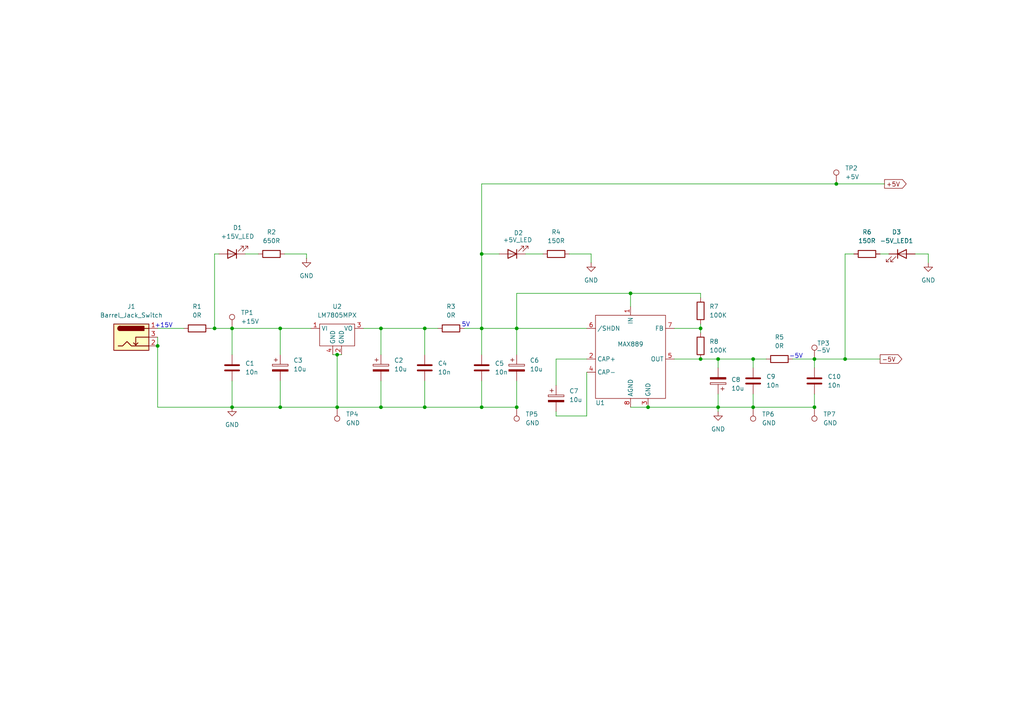
<source format=kicad_sch>
(kicad_sch
	(version 20231120)
	(generator "eeschema")
	(generator_version "8.0")
	(uuid "d6c30c04-2142-467e-a76f-b1c3fc55df5a")
	(paper "A4")
	(lib_symbols
		(symbol "Connector:Barrel_Jack_Switch"
			(pin_names hide)
			(exclude_from_sim no)
			(in_bom yes)
			(on_board yes)
			(property "Reference" "J"
				(at 0 5.334 0)
				(effects
					(font
						(size 1.27 1.27)
					)
				)
			)
			(property "Value" "Barrel_Jack_Switch"
				(at 0 -5.08 0)
				(effects
					(font
						(size 1.27 1.27)
					)
				)
			)
			(property "Footprint" ""
				(at 1.27 -1.016 0)
				(effects
					(font
						(size 1.27 1.27)
					)
					(hide yes)
				)
			)
			(property "Datasheet" "~"
				(at 1.27 -1.016 0)
				(effects
					(font
						(size 1.27 1.27)
					)
					(hide yes)
				)
			)
			(property "Description" "DC Barrel Jack with an internal switch"
				(at 0 0 0)
				(effects
					(font
						(size 1.27 1.27)
					)
					(hide yes)
				)
			)
			(property "ki_keywords" "DC power barrel jack connector"
				(at 0 0 0)
				(effects
					(font
						(size 1.27 1.27)
					)
					(hide yes)
				)
			)
			(property "ki_fp_filters" "BarrelJack*"
				(at 0 0 0)
				(effects
					(font
						(size 1.27 1.27)
					)
					(hide yes)
				)
			)
			(symbol "Barrel_Jack_Switch_0_1"
				(rectangle
					(start -5.08 3.81)
					(end 5.08 -3.81)
					(stroke
						(width 0.254)
						(type default)
					)
					(fill
						(type background)
					)
				)
				(arc
					(start -3.302 3.175)
					(mid -3.9343 2.54)
					(end -3.302 1.905)
					(stroke
						(width 0.254)
						(type default)
					)
					(fill
						(type none)
					)
				)
				(arc
					(start -3.302 3.175)
					(mid -3.9343 2.54)
					(end -3.302 1.905)
					(stroke
						(width 0.254)
						(type default)
					)
					(fill
						(type outline)
					)
				)
				(polyline
					(pts
						(xy 1.27 -2.286) (xy 1.905 -1.651)
					)
					(stroke
						(width 0.254)
						(type default)
					)
					(fill
						(type none)
					)
				)
				(polyline
					(pts
						(xy 5.08 2.54) (xy 3.81 2.54)
					)
					(stroke
						(width 0.254)
						(type default)
					)
					(fill
						(type none)
					)
				)
				(polyline
					(pts
						(xy 5.08 0) (xy 1.27 0) (xy 1.27 -2.286) (xy 0.635 -1.651)
					)
					(stroke
						(width 0.254)
						(type default)
					)
					(fill
						(type none)
					)
				)
				(polyline
					(pts
						(xy -3.81 -2.54) (xy -2.54 -2.54) (xy -1.27 -1.27) (xy 0 -2.54) (xy 2.54 -2.54) (xy 5.08 -2.54)
					)
					(stroke
						(width 0.254)
						(type default)
					)
					(fill
						(type none)
					)
				)
				(rectangle
					(start 3.683 3.175)
					(end -3.302 1.905)
					(stroke
						(width 0.254)
						(type default)
					)
					(fill
						(type outline)
					)
				)
			)
			(symbol "Barrel_Jack_Switch_1_1"
				(pin passive line
					(at 7.62 2.54 180)
					(length 2.54)
					(name "~"
						(effects
							(font
								(size 1.27 1.27)
							)
						)
					)
					(number "1"
						(effects
							(font
								(size 1.27 1.27)
							)
						)
					)
				)
				(pin passive line
					(at 7.62 -2.54 180)
					(length 2.54)
					(name "~"
						(effects
							(font
								(size 1.27 1.27)
							)
						)
					)
					(number "2"
						(effects
							(font
								(size 1.27 1.27)
							)
						)
					)
				)
				(pin passive line
					(at 7.62 0 180)
					(length 2.54)
					(name "~"
						(effects
							(font
								(size 1.27 1.27)
							)
						)
					)
					(number "3"
						(effects
							(font
								(size 1.27 1.27)
							)
						)
					)
				)
			)
		)
		(symbol "Connector:TestPoint"
			(pin_numbers hide)
			(pin_names
				(offset 0.762) hide)
			(exclude_from_sim no)
			(in_bom yes)
			(on_board yes)
			(property "Reference" "TP"
				(at 0 6.858 0)
				(effects
					(font
						(size 1.27 1.27)
					)
				)
			)
			(property "Value" "TestPoint"
				(at 0 5.08 0)
				(effects
					(font
						(size 1.27 1.27)
					)
				)
			)
			(property "Footprint" ""
				(at 5.08 0 0)
				(effects
					(font
						(size 1.27 1.27)
					)
					(hide yes)
				)
			)
			(property "Datasheet" "~"
				(at 5.08 0 0)
				(effects
					(font
						(size 1.27 1.27)
					)
					(hide yes)
				)
			)
			(property "Description" "test point"
				(at 0 0 0)
				(effects
					(font
						(size 1.27 1.27)
					)
					(hide yes)
				)
			)
			(property "ki_keywords" "test point tp"
				(at 0 0 0)
				(effects
					(font
						(size 1.27 1.27)
					)
					(hide yes)
				)
			)
			(property "ki_fp_filters" "Pin* Test*"
				(at 0 0 0)
				(effects
					(font
						(size 1.27 1.27)
					)
					(hide yes)
				)
			)
			(symbol "TestPoint_0_1"
				(circle
					(center 0 3.302)
					(radius 0.762)
					(stroke
						(width 0)
						(type default)
					)
					(fill
						(type none)
					)
				)
			)
			(symbol "TestPoint_1_1"
				(pin passive line
					(at 0 0 90)
					(length 2.54)
					(name "1"
						(effects
							(font
								(size 1.27 1.27)
							)
						)
					)
					(number "1"
						(effects
							(font
								(size 1.27 1.27)
							)
						)
					)
				)
			)
		)
		(symbol "Device:C"
			(pin_numbers hide)
			(pin_names
				(offset 0.254)
			)
			(exclude_from_sim no)
			(in_bom yes)
			(on_board yes)
			(property "Reference" "C"
				(at 0.635 2.54 0)
				(effects
					(font
						(size 1.27 1.27)
					)
					(justify left)
				)
			)
			(property "Value" "C"
				(at 0.635 -2.54 0)
				(effects
					(font
						(size 1.27 1.27)
					)
					(justify left)
				)
			)
			(property "Footprint" ""
				(at 0.9652 -3.81 0)
				(effects
					(font
						(size 1.27 1.27)
					)
					(hide yes)
				)
			)
			(property "Datasheet" "~"
				(at 0 0 0)
				(effects
					(font
						(size 1.27 1.27)
					)
					(hide yes)
				)
			)
			(property "Description" "Unpolarized capacitor"
				(at 0 0 0)
				(effects
					(font
						(size 1.27 1.27)
					)
					(hide yes)
				)
			)
			(property "ki_keywords" "cap capacitor"
				(at 0 0 0)
				(effects
					(font
						(size 1.27 1.27)
					)
					(hide yes)
				)
			)
			(property "ki_fp_filters" "C_*"
				(at 0 0 0)
				(effects
					(font
						(size 1.27 1.27)
					)
					(hide yes)
				)
			)
			(symbol "C_0_1"
				(polyline
					(pts
						(xy -2.032 -0.762) (xy 2.032 -0.762)
					)
					(stroke
						(width 0.508)
						(type default)
					)
					(fill
						(type none)
					)
				)
				(polyline
					(pts
						(xy -2.032 0.762) (xy 2.032 0.762)
					)
					(stroke
						(width 0.508)
						(type default)
					)
					(fill
						(type none)
					)
				)
			)
			(symbol "C_1_1"
				(pin passive line
					(at 0 3.81 270)
					(length 2.794)
					(name "~"
						(effects
							(font
								(size 1.27 1.27)
							)
						)
					)
					(number "1"
						(effects
							(font
								(size 1.27 1.27)
							)
						)
					)
				)
				(pin passive line
					(at 0 -3.81 90)
					(length 2.794)
					(name "~"
						(effects
							(font
								(size 1.27 1.27)
							)
						)
					)
					(number "2"
						(effects
							(font
								(size 1.27 1.27)
							)
						)
					)
				)
			)
		)
		(symbol "Device:C_Polarized"
			(pin_numbers hide)
			(pin_names
				(offset 0.254)
			)
			(exclude_from_sim no)
			(in_bom yes)
			(on_board yes)
			(property "Reference" "C"
				(at 0.635 2.54 0)
				(effects
					(font
						(size 1.27 1.27)
					)
					(justify left)
				)
			)
			(property "Value" "C_Polarized"
				(at 0.635 -2.54 0)
				(effects
					(font
						(size 1.27 1.27)
					)
					(justify left)
				)
			)
			(property "Footprint" ""
				(at 0.9652 -3.81 0)
				(effects
					(font
						(size 1.27 1.27)
					)
					(hide yes)
				)
			)
			(property "Datasheet" "~"
				(at 0 0 0)
				(effects
					(font
						(size 1.27 1.27)
					)
					(hide yes)
				)
			)
			(property "Description" "Polarized capacitor"
				(at 0 0 0)
				(effects
					(font
						(size 1.27 1.27)
					)
					(hide yes)
				)
			)
			(property "ki_keywords" "cap capacitor"
				(at 0 0 0)
				(effects
					(font
						(size 1.27 1.27)
					)
					(hide yes)
				)
			)
			(property "ki_fp_filters" "CP_*"
				(at 0 0 0)
				(effects
					(font
						(size 1.27 1.27)
					)
					(hide yes)
				)
			)
			(symbol "C_Polarized_0_1"
				(rectangle
					(start -2.286 0.508)
					(end 2.286 1.016)
					(stroke
						(width 0)
						(type default)
					)
					(fill
						(type none)
					)
				)
				(polyline
					(pts
						(xy -1.778 2.286) (xy -0.762 2.286)
					)
					(stroke
						(width 0)
						(type default)
					)
					(fill
						(type none)
					)
				)
				(polyline
					(pts
						(xy -1.27 2.794) (xy -1.27 1.778)
					)
					(stroke
						(width 0)
						(type default)
					)
					(fill
						(type none)
					)
				)
				(rectangle
					(start 2.286 -0.508)
					(end -2.286 -1.016)
					(stroke
						(width 0)
						(type default)
					)
					(fill
						(type outline)
					)
				)
			)
			(symbol "C_Polarized_1_1"
				(pin passive line
					(at 0 3.81 270)
					(length 2.794)
					(name "~"
						(effects
							(font
								(size 1.27 1.27)
							)
						)
					)
					(number "1"
						(effects
							(font
								(size 1.27 1.27)
							)
						)
					)
				)
				(pin passive line
					(at 0 -3.81 90)
					(length 2.794)
					(name "~"
						(effects
							(font
								(size 1.27 1.27)
							)
						)
					)
					(number "2"
						(effects
							(font
								(size 1.27 1.27)
							)
						)
					)
				)
			)
		)
		(symbol "Device:LED"
			(pin_numbers hide)
			(pin_names
				(offset 1.016) hide)
			(exclude_from_sim no)
			(in_bom yes)
			(on_board yes)
			(property "Reference" "D"
				(at 0 2.54 0)
				(effects
					(font
						(size 1.27 1.27)
					)
				)
			)
			(property "Value" "LED"
				(at 0 -2.54 0)
				(effects
					(font
						(size 1.27 1.27)
					)
				)
			)
			(property "Footprint" ""
				(at 0 0 0)
				(effects
					(font
						(size 1.27 1.27)
					)
					(hide yes)
				)
			)
			(property "Datasheet" "~"
				(at 0 0 0)
				(effects
					(font
						(size 1.27 1.27)
					)
					(hide yes)
				)
			)
			(property "Description" "Light emitting diode"
				(at 0 0 0)
				(effects
					(font
						(size 1.27 1.27)
					)
					(hide yes)
				)
			)
			(property "ki_keywords" "LED diode"
				(at 0 0 0)
				(effects
					(font
						(size 1.27 1.27)
					)
					(hide yes)
				)
			)
			(property "ki_fp_filters" "LED* LED_SMD:* LED_THT:*"
				(at 0 0 0)
				(effects
					(font
						(size 1.27 1.27)
					)
					(hide yes)
				)
			)
			(symbol "LED_0_1"
				(polyline
					(pts
						(xy -1.27 -1.27) (xy -1.27 1.27)
					)
					(stroke
						(width 0.254)
						(type default)
					)
					(fill
						(type none)
					)
				)
				(polyline
					(pts
						(xy -1.27 0) (xy 1.27 0)
					)
					(stroke
						(width 0)
						(type default)
					)
					(fill
						(type none)
					)
				)
				(polyline
					(pts
						(xy 1.27 -1.27) (xy 1.27 1.27) (xy -1.27 0) (xy 1.27 -1.27)
					)
					(stroke
						(width 0.254)
						(type default)
					)
					(fill
						(type none)
					)
				)
				(polyline
					(pts
						(xy -3.048 -0.762) (xy -4.572 -2.286) (xy -3.81 -2.286) (xy -4.572 -2.286) (xy -4.572 -1.524)
					)
					(stroke
						(width 0)
						(type default)
					)
					(fill
						(type none)
					)
				)
				(polyline
					(pts
						(xy -1.778 -0.762) (xy -3.302 -2.286) (xy -2.54 -2.286) (xy -3.302 -2.286) (xy -3.302 -1.524)
					)
					(stroke
						(width 0)
						(type default)
					)
					(fill
						(type none)
					)
				)
			)
			(symbol "LED_1_1"
				(pin passive line
					(at -3.81 0 0)
					(length 2.54)
					(name "K"
						(effects
							(font
								(size 1.27 1.27)
							)
						)
					)
					(number "1"
						(effects
							(font
								(size 1.27 1.27)
							)
						)
					)
				)
				(pin passive line
					(at 3.81 0 180)
					(length 2.54)
					(name "A"
						(effects
							(font
								(size 1.27 1.27)
							)
						)
					)
					(number "2"
						(effects
							(font
								(size 1.27 1.27)
							)
						)
					)
				)
			)
		)
		(symbol "Device:R"
			(pin_numbers hide)
			(pin_names
				(offset 0)
			)
			(exclude_from_sim no)
			(in_bom yes)
			(on_board yes)
			(property "Reference" "R"
				(at 2.032 0 90)
				(effects
					(font
						(size 1.27 1.27)
					)
				)
			)
			(property "Value" "R"
				(at 0 0 90)
				(effects
					(font
						(size 1.27 1.27)
					)
				)
			)
			(property "Footprint" ""
				(at -1.778 0 90)
				(effects
					(font
						(size 1.27 1.27)
					)
					(hide yes)
				)
			)
			(property "Datasheet" "~"
				(at 0 0 0)
				(effects
					(font
						(size 1.27 1.27)
					)
					(hide yes)
				)
			)
			(property "Description" "Resistor"
				(at 0 0 0)
				(effects
					(font
						(size 1.27 1.27)
					)
					(hide yes)
				)
			)
			(property "ki_keywords" "R res resistor"
				(at 0 0 0)
				(effects
					(font
						(size 1.27 1.27)
					)
					(hide yes)
				)
			)
			(property "ki_fp_filters" "R_*"
				(at 0 0 0)
				(effects
					(font
						(size 1.27 1.27)
					)
					(hide yes)
				)
			)
			(symbol "R_0_1"
				(rectangle
					(start -1.016 -2.54)
					(end 1.016 2.54)
					(stroke
						(width 0.254)
						(type default)
					)
					(fill
						(type none)
					)
				)
			)
			(symbol "R_1_1"
				(pin passive line
					(at 0 3.81 270)
					(length 1.27)
					(name "~"
						(effects
							(font
								(size 1.27 1.27)
							)
						)
					)
					(number "1"
						(effects
							(font
								(size 1.27 1.27)
							)
						)
					)
				)
				(pin passive line
					(at 0 -3.81 90)
					(length 1.27)
					(name "~"
						(effects
							(font
								(size 1.27 1.27)
							)
						)
					)
					(number "2"
						(effects
							(font
								(size 1.27 1.27)
							)
						)
					)
				)
			)
		)
		(symbol "custom:LM7805MPX"
			(exclude_from_sim no)
			(in_bom yes)
			(on_board yes)
			(property "Reference" "U"
				(at 6.858 -7.366 0)
				(effects
					(font
						(size 1.27 1.27)
					)
				)
			)
			(property "Value" "LM7805MPX"
				(at 2.54 1.27 0)
				(effects
					(font
						(size 1.27 1.27)
					)
				)
			)
			(property "Footprint" ""
				(at 0 0 0)
				(effects
					(font
						(size 1.27 1.27)
					)
				)
			)
			(property "Datasheet" ""
				(at 0 0 0)
				(effects
					(font
						(size 1.27 1.27)
					)
					(hide yes)
				)
			)
			(property "Description" ""
				(at 0 0 0)
				(effects
					(font
						(size 1.27 1.27)
					)
					(hide yes)
				)
			)
			(symbol "LM7805MPX_0_1"
				(rectangle
					(start -2.54 0)
					(end 7.62 -6.35)
					(stroke
						(width 0)
						(type default)
					)
					(fill
						(type none)
					)
				)
			)
			(symbol "LM7805MPX_1_1"
				(pin input line
					(at -5.08 -1.27 0)
					(length 2.54)
					(name "VI"
						(effects
							(font
								(size 1.27 1.27)
							)
						)
					)
					(number "1"
						(effects
							(font
								(size 1.27 1.27)
							)
						)
					)
				)
				(pin input line
					(at 3.81 -8.89 90)
					(length 2.54)
					(name "GND"
						(effects
							(font
								(size 1.27 1.27)
							)
						)
					)
					(number "2"
						(effects
							(font
								(size 1.27 1.27)
							)
						)
					)
				)
				(pin output line
					(at 10.16 -1.27 180)
					(length 2.54)
					(name "VO"
						(effects
							(font
								(size 1.27 1.27)
							)
						)
					)
					(number "3"
						(effects
							(font
								(size 1.27 1.27)
							)
						)
					)
				)
				(pin input line
					(at 1.27 -8.89 90)
					(length 2.54)
					(name "GND"
						(effects
							(font
								(size 1.27 1.27)
							)
						)
					)
					(number "4"
						(effects
							(font
								(size 1.27 1.27)
							)
						)
					)
				)
			)
		)
		(symbol "custom:MAX889"
			(exclude_from_sim no)
			(in_bom yes)
			(on_board yes)
			(property "Reference" "U"
				(at -9.398 -3.81 0)
				(effects
					(font
						(size 1.27 1.27)
					)
				)
			)
			(property "Value" "MAX889"
				(at -0.254 -12.7 0)
				(effects
					(font
						(size 1.27 1.27)
					)
				)
			)
			(property "Footprint" ""
				(at 0 0 0)
				(effects
					(font
						(size 1.27 1.27)
					)
					(hide yes)
				)
			)
			(property "Datasheet" ""
				(at 0 0 0)
				(effects
					(font
						(size 1.27 1.27)
					)
					(hide yes)
				)
			)
			(property "Description" ""
				(at 0 0 0)
				(effects
					(font
						(size 1.27 1.27)
					)
					(hide yes)
				)
			)
			(symbol "MAX889_0_1"
				(rectangle
					(start -10.16 -5.08)
					(end 10.16 -29.21)
					(stroke
						(width 0)
						(type default)
					)
					(fill
						(type none)
					)
				)
			)
			(symbol "MAX889_1_1"
				(pin input line
					(at 0 -2.54 270)
					(length 2.54)
					(name "IN"
						(effects
							(font
								(size 1.27 1.27)
							)
						)
					)
					(number "1"
						(effects
							(font
								(size 1.27 1.27)
							)
						)
					)
				)
				(pin passive line
					(at -12.7 -17.78 0)
					(length 2.54)
					(name "CAP+"
						(effects
							(font
								(size 1.27 1.27)
							)
						)
					)
					(number "2"
						(effects
							(font
								(size 1.27 1.27)
							)
						)
					)
				)
				(pin input line
					(at 5.08 -31.75 90)
					(length 2.54)
					(name "GND"
						(effects
							(font
								(size 1.27 1.27)
							)
						)
					)
					(number "3"
						(effects
							(font
								(size 1.27 1.27)
							)
						)
					)
				)
				(pin passive line
					(at -12.7 -21.59 0)
					(length 2.54)
					(name "CAP-"
						(effects
							(font
								(size 1.27 1.27)
							)
						)
					)
					(number "4"
						(effects
							(font
								(size 1.27 1.27)
							)
						)
					)
				)
				(pin output line
					(at 12.7 -17.78 180)
					(length 2.54)
					(name "OUT"
						(effects
							(font
								(size 1.27 1.27)
							)
						)
					)
					(number "5"
						(effects
							(font
								(size 1.27 1.27)
							)
						)
					)
				)
				(pin input line
					(at -12.7 -8.89 0)
					(length 2.54)
					(name "/SHDN"
						(effects
							(font
								(size 1.27 1.27)
							)
						)
					)
					(number "6"
						(effects
							(font
								(size 1.27 1.27)
							)
						)
					)
				)
				(pin input line
					(at 12.7 -8.89 180)
					(length 2.54)
					(name "FB"
						(effects
							(font
								(size 1.27 1.27)
							)
						)
					)
					(number "7"
						(effects
							(font
								(size 1.27 1.27)
							)
						)
					)
				)
				(pin input line
					(at 0 -31.75 90)
					(length 2.54)
					(name "AGND"
						(effects
							(font
								(size 1.27 1.27)
							)
						)
					)
					(number "8"
						(effects
							(font
								(size 1.27 1.27)
							)
						)
					)
				)
			)
		)
		(symbol "power:GND"
			(power)
			(pin_numbers hide)
			(pin_names
				(offset 0) hide)
			(exclude_from_sim no)
			(in_bom yes)
			(on_board yes)
			(property "Reference" "#PWR"
				(at 0 -6.35 0)
				(effects
					(font
						(size 1.27 1.27)
					)
					(hide yes)
				)
			)
			(property "Value" "GND"
				(at 0 -3.81 0)
				(effects
					(font
						(size 1.27 1.27)
					)
				)
			)
			(property "Footprint" ""
				(at 0 0 0)
				(effects
					(font
						(size 1.27 1.27)
					)
					(hide yes)
				)
			)
			(property "Datasheet" ""
				(at 0 0 0)
				(effects
					(font
						(size 1.27 1.27)
					)
					(hide yes)
				)
			)
			(property "Description" "Power symbol creates a global label with name \"GND\" , ground"
				(at 0 0 0)
				(effects
					(font
						(size 1.27 1.27)
					)
					(hide yes)
				)
			)
			(property "ki_keywords" "global power"
				(at 0 0 0)
				(effects
					(font
						(size 1.27 1.27)
					)
					(hide yes)
				)
			)
			(symbol "GND_0_1"
				(polyline
					(pts
						(xy 0 0) (xy 0 -1.27) (xy 1.27 -1.27) (xy 0 -2.54) (xy -1.27 -1.27) (xy 0 -1.27)
					)
					(stroke
						(width 0)
						(type default)
					)
					(fill
						(type none)
					)
				)
			)
			(symbol "GND_1_1"
				(pin power_in line
					(at 0 0 270)
					(length 0)
					(name "~"
						(effects
							(font
								(size 1.27 1.27)
							)
						)
					)
					(number "1"
						(effects
							(font
								(size 1.27 1.27)
							)
						)
					)
				)
			)
		)
	)
	(junction
		(at 203.2 95.25)
		(diameter 0)
		(color 0 0 0 0)
		(uuid "01fb2658-314d-4096-adcf-86aa1e280192")
	)
	(junction
		(at 187.96 118.11)
		(diameter 0)
		(color 0 0 0 0)
		(uuid "0c735fb4-90fc-4763-b8ea-753058f350db")
	)
	(junction
		(at 45.72 100.33)
		(diameter 0)
		(color 0 0 0 0)
		(uuid "17c51f89-58d8-4a25-a089-c5cf902a6d24")
	)
	(junction
		(at 139.7 73.66)
		(diameter 0)
		(color 0 0 0 0)
		(uuid "1fc8a8f0-8b75-44c3-a02f-3f3cc34529ac")
	)
	(junction
		(at 208.28 118.11)
		(diameter 0)
		(color 0 0 0 0)
		(uuid "21f3879a-033c-493e-9969-0998f44fcffb")
	)
	(junction
		(at 123.19 95.25)
		(diameter 0)
		(color 0 0 0 0)
		(uuid "29189248-2f2d-4865-b17a-82777e537119")
	)
	(junction
		(at 203.2 104.14)
		(diameter 0)
		(color 0 0 0 0)
		(uuid "38d84e63-4d76-42e9-84fc-91a533fe1317")
	)
	(junction
		(at 67.31 118.11)
		(diameter 0)
		(color 0 0 0 0)
		(uuid "3be4175c-6609-4267-a6b6-b7b11d3b4600")
	)
	(junction
		(at 67.31 95.25)
		(diameter 0)
		(color 0 0 0 0)
		(uuid "3c12fc06-fd65-4142-a91c-08dfc02d9b95")
	)
	(junction
		(at 245.11 104.14)
		(diameter 0)
		(color 0 0 0 0)
		(uuid "4d538d0a-fe94-4499-9310-e66ff816878b")
	)
	(junction
		(at 62.23 95.25)
		(diameter 0)
		(color 0 0 0 0)
		(uuid "4dd6f2a4-78a3-48d3-8120-936bcd70bf8c")
	)
	(junction
		(at 236.22 118.11)
		(diameter 0)
		(color 0 0 0 0)
		(uuid "4e046831-9989-4777-b20c-91aba18fc84c")
	)
	(junction
		(at 97.79 118.11)
		(diameter 0)
		(color 0 0 0 0)
		(uuid "4f693614-202f-489a-8c7d-cfe6678d5e12")
	)
	(junction
		(at 218.44 104.14)
		(diameter 0)
		(color 0 0 0 0)
		(uuid "558954f3-330d-4a80-9b7f-e95da70dd483")
	)
	(junction
		(at 110.49 118.11)
		(diameter 0)
		(color 0 0 0 0)
		(uuid "573ee0dd-6292-450c-8150-05750954e252")
	)
	(junction
		(at 97.79 102.87)
		(diameter 0)
		(color 0 0 0 0)
		(uuid "5affba6f-d743-41b7-84a9-26f20c44be75")
	)
	(junction
		(at 208.28 104.14)
		(diameter 0)
		(color 0 0 0 0)
		(uuid "5f0b74d0-cec5-43e7-a5dc-665d004f2e7e")
	)
	(junction
		(at 139.7 95.25)
		(diameter 0)
		(color 0 0 0 0)
		(uuid "62a4b135-f909-4870-8997-8377f5e63156")
	)
	(junction
		(at 149.86 118.11)
		(diameter 0)
		(color 0 0 0 0)
		(uuid "7434d997-2739-4009-bd67-8f65623d764e")
	)
	(junction
		(at 81.28 118.11)
		(diameter 0)
		(color 0 0 0 0)
		(uuid "92861cc5-3379-49a2-a6a3-31d4d7e5f0d1")
	)
	(junction
		(at 236.22 104.14)
		(diameter 0)
		(color 0 0 0 0)
		(uuid "9a55189d-5223-408b-9c4c-e2289f6b9fef")
	)
	(junction
		(at 242.57 53.34)
		(diameter 0)
		(color 0 0 0 0)
		(uuid "b6b71fc2-bd2c-4a78-be52-c1d376cea235")
	)
	(junction
		(at 218.44 118.11)
		(diameter 0)
		(color 0 0 0 0)
		(uuid "be911dd5-00b3-4f93-ae12-3fbcd8e76b32")
	)
	(junction
		(at 182.88 85.09)
		(diameter 0)
		(color 0 0 0 0)
		(uuid "c2cebe3f-5684-4660-a060-032e925cec1f")
	)
	(junction
		(at 81.28 95.25)
		(diameter 0)
		(color 0 0 0 0)
		(uuid "c38dde70-ba31-40ea-8c70-9acec4471a7e")
	)
	(junction
		(at 149.86 95.25)
		(diameter 0)
		(color 0 0 0 0)
		(uuid "cc6f5639-6898-43f1-9d9d-a75c2ca09321")
	)
	(junction
		(at 110.49 95.25)
		(diameter 0)
		(color 0 0 0 0)
		(uuid "cf3e8972-8594-4596-ab6b-51c1d58c88f7")
	)
	(junction
		(at 123.19 118.11)
		(diameter 0)
		(color 0 0 0 0)
		(uuid "e4607eaa-dd1b-4121-8c38-c3a92ff18c14")
	)
	(junction
		(at 139.7 118.11)
		(diameter 0)
		(color 0 0 0 0)
		(uuid "f071a0e6-4688-4eb0-94a8-8db108f631b5")
	)
	(wire
		(pts
			(xy 81.28 110.49) (xy 81.28 118.11)
		)
		(stroke
			(width 0)
			(type default)
		)
		(uuid "08321788-45a8-47d0-bb0c-623e03deb880")
	)
	(wire
		(pts
			(xy 149.86 95.25) (xy 170.18 95.25)
		)
		(stroke
			(width 0)
			(type default)
		)
		(uuid "083f3bea-45e9-47d7-bbba-efc26752bbe6")
	)
	(wire
		(pts
			(xy 195.58 95.25) (xy 203.2 95.25)
		)
		(stroke
			(width 0)
			(type default)
		)
		(uuid "0aa0baf8-71fe-4ba9-8649-588425af50e1")
	)
	(wire
		(pts
			(xy 208.28 118.11) (xy 218.44 118.11)
		)
		(stroke
			(width 0)
			(type default)
		)
		(uuid "0aade9aa-6650-412b-8e52-102c12f51c57")
	)
	(wire
		(pts
			(xy 265.43 73.66) (xy 269.24 73.66)
		)
		(stroke
			(width 0)
			(type default)
		)
		(uuid "174f52f9-626f-4bf6-b655-1d0a19891717")
	)
	(wire
		(pts
			(xy 218.44 114.3) (xy 218.44 118.11)
		)
		(stroke
			(width 0)
			(type default)
		)
		(uuid "19e29bac-b332-485c-9f4b-ecf747baeb53")
	)
	(wire
		(pts
			(xy 218.44 104.14) (xy 222.25 104.14)
		)
		(stroke
			(width 0)
			(type default)
		)
		(uuid "1ac0b400-67b3-4fbb-a800-aaa7f25fe23c")
	)
	(wire
		(pts
			(xy 229.87 104.14) (xy 236.22 104.14)
		)
		(stroke
			(width 0)
			(type default)
		)
		(uuid "1b88623a-d378-4d3c-8955-203328af2663")
	)
	(wire
		(pts
			(xy 88.9 73.66) (xy 88.9 74.93)
		)
		(stroke
			(width 0)
			(type default)
		)
		(uuid "2129eee7-ef2f-4508-9d78-ec416286803c")
	)
	(wire
		(pts
			(xy 110.49 95.25) (xy 123.19 95.25)
		)
		(stroke
			(width 0)
			(type default)
		)
		(uuid "23979872-3f7f-4990-9586-56152ae0f100")
	)
	(wire
		(pts
			(xy 67.31 118.11) (xy 81.28 118.11)
		)
		(stroke
			(width 0)
			(type default)
		)
		(uuid "24ab8819-ae88-4898-ae57-4d280fbf98b2")
	)
	(wire
		(pts
			(xy 182.88 85.09) (xy 182.88 88.9)
		)
		(stroke
			(width 0)
			(type default)
		)
		(uuid "24c4d192-d03e-4acd-bb5b-7cc5312d974a")
	)
	(wire
		(pts
			(xy 123.19 95.25) (xy 123.19 102.87)
		)
		(stroke
			(width 0)
			(type default)
		)
		(uuid "259511eb-ad9a-4e49-9cbd-e95d12538148")
	)
	(wire
		(pts
			(xy 218.44 104.14) (xy 218.44 106.68)
		)
		(stroke
			(width 0)
			(type default)
		)
		(uuid "264449e6-d0db-4da2-9e16-fb90d2fe9da3")
	)
	(wire
		(pts
			(xy 245.11 104.14) (xy 255.27 104.14)
		)
		(stroke
			(width 0)
			(type default)
		)
		(uuid "285e9216-4401-413b-907d-c02bfeb5a966")
	)
	(wire
		(pts
			(xy 139.7 53.34) (xy 139.7 73.66)
		)
		(stroke
			(width 0)
			(type default)
		)
		(uuid "37b93ef4-b304-4da1-9065-6431a6bed9ae")
	)
	(wire
		(pts
			(xy 149.86 110.49) (xy 149.86 118.11)
		)
		(stroke
			(width 0)
			(type default)
		)
		(uuid "38d2d607-96f2-4efa-aac3-0fc82b406c05")
	)
	(wire
		(pts
			(xy 45.72 118.11) (xy 67.31 118.11)
		)
		(stroke
			(width 0)
			(type default)
		)
		(uuid "3900d525-0574-4961-ae3e-7fd31afc00d6")
	)
	(wire
		(pts
			(xy 45.72 100.33) (xy 45.72 118.11)
		)
		(stroke
			(width 0)
			(type default)
		)
		(uuid "3c28895d-cf53-4a92-b209-704723fbff52")
	)
	(wire
		(pts
			(xy 139.7 95.25) (xy 139.7 102.87)
		)
		(stroke
			(width 0)
			(type default)
		)
		(uuid "3f09b33a-be0c-4585-94f0-b93be84b6344")
	)
	(wire
		(pts
			(xy 123.19 118.11) (xy 139.7 118.11)
		)
		(stroke
			(width 0)
			(type default)
		)
		(uuid "49000a19-d1a0-4c8a-acca-8a8ae40d2894")
	)
	(wire
		(pts
			(xy 105.41 95.25) (xy 110.49 95.25)
		)
		(stroke
			(width 0)
			(type default)
		)
		(uuid "4c24cdbc-350a-4471-86ad-ca9dc2362010")
	)
	(wire
		(pts
			(xy 149.86 95.25) (xy 149.86 102.87)
		)
		(stroke
			(width 0)
			(type default)
		)
		(uuid "4e8d37f5-7b7c-4d68-a640-fa5e60a31e12")
	)
	(wire
		(pts
			(xy 63.5 73.66) (xy 62.23 73.66)
		)
		(stroke
			(width 0)
			(type default)
		)
		(uuid "52ca9085-0a82-419c-899d-673c7c1947d4")
	)
	(wire
		(pts
			(xy 203.2 85.09) (xy 182.88 85.09)
		)
		(stroke
			(width 0)
			(type default)
		)
		(uuid "57983cd9-4c05-4123-b366-ede397b1ae9d")
	)
	(wire
		(pts
			(xy 208.28 104.14) (xy 218.44 104.14)
		)
		(stroke
			(width 0)
			(type default)
		)
		(uuid "57eb2ae4-00cf-4f6f-812c-6592fa7e5eba")
	)
	(wire
		(pts
			(xy 152.4 73.66) (xy 157.48 73.66)
		)
		(stroke
			(width 0)
			(type default)
		)
		(uuid "64e1cf1d-a362-4fb0-b4b0-b0b8c5211b62")
	)
	(wire
		(pts
			(xy 161.29 111.76) (xy 161.29 104.14)
		)
		(stroke
			(width 0)
			(type default)
		)
		(uuid "6803baa9-e6bb-4329-b567-13de2316032d")
	)
	(wire
		(pts
			(xy 62.23 95.25) (xy 67.31 95.25)
		)
		(stroke
			(width 0)
			(type default)
		)
		(uuid "6a8a5bf4-a000-4a14-969d-8b816327c759")
	)
	(wire
		(pts
			(xy 139.7 118.11) (xy 149.86 118.11)
		)
		(stroke
			(width 0)
			(type default)
		)
		(uuid "6ba14667-db91-4e85-99a3-9d2e3d544c6f")
	)
	(wire
		(pts
			(xy 110.49 95.25) (xy 110.49 102.87)
		)
		(stroke
			(width 0)
			(type default)
		)
		(uuid "6ea7a304-38ea-4cb6-b4cb-fae84691534c")
	)
	(wire
		(pts
			(xy 208.28 118.11) (xy 208.28 119.38)
		)
		(stroke
			(width 0)
			(type default)
		)
		(uuid "703cead7-417d-478d-b9a5-3cb6b31a48c2")
	)
	(wire
		(pts
			(xy 218.44 118.11) (xy 236.22 118.11)
		)
		(stroke
			(width 0)
			(type default)
		)
		(uuid "71bfe16b-d84c-4a77-a675-a84e773c33e5")
	)
	(wire
		(pts
			(xy 97.79 102.87) (xy 97.79 118.11)
		)
		(stroke
			(width 0)
			(type default)
		)
		(uuid "73964d41-6052-43ac-9534-9a01d9f5c7cc")
	)
	(wire
		(pts
			(xy 110.49 118.11) (xy 123.19 118.11)
		)
		(stroke
			(width 0)
			(type default)
		)
		(uuid "74b2a4ff-9016-4dca-bb8b-115ce496b002")
	)
	(wire
		(pts
			(xy 144.78 73.66) (xy 139.7 73.66)
		)
		(stroke
			(width 0)
			(type default)
		)
		(uuid "826d6121-78a0-4644-86cf-7b9901e523a8")
	)
	(wire
		(pts
			(xy 245.11 73.66) (xy 247.65 73.66)
		)
		(stroke
			(width 0)
			(type default)
		)
		(uuid "83de659e-f42f-492e-af20-b9ffce8d4fe5")
	)
	(wire
		(pts
			(xy 208.28 104.14) (xy 208.28 106.68)
		)
		(stroke
			(width 0)
			(type default)
		)
		(uuid "84068384-4252-4e86-995a-03ad5dfa015d")
	)
	(wire
		(pts
			(xy 242.57 53.34) (xy 256.54 53.34)
		)
		(stroke
			(width 0)
			(type default)
		)
		(uuid "860b4b95-0773-490d-ac7a-128a7402092c")
	)
	(wire
		(pts
			(xy 269.24 73.66) (xy 269.24 76.2)
		)
		(stroke
			(width 0)
			(type default)
		)
		(uuid "883ed927-072b-4068-82f9-5bfdbe9f9b55")
	)
	(wire
		(pts
			(xy 255.27 73.66) (xy 257.81 73.66)
		)
		(stroke
			(width 0)
			(type default)
		)
		(uuid "88910ba6-bcb6-4860-b329-1a4c43bae5dc")
	)
	(wire
		(pts
			(xy 139.7 73.66) (xy 139.7 95.25)
		)
		(stroke
			(width 0)
			(type default)
		)
		(uuid "8c5fe023-077b-431f-a0df-20d862b39054")
	)
	(wire
		(pts
			(xy 161.29 104.14) (xy 170.18 104.14)
		)
		(stroke
			(width 0)
			(type default)
		)
		(uuid "8f861cf2-7f5e-4568-a78f-1652e81cb361")
	)
	(wire
		(pts
			(xy 81.28 118.11) (xy 97.79 118.11)
		)
		(stroke
			(width 0)
			(type default)
		)
		(uuid "9663971e-5329-437e-aeca-866d76a6680d")
	)
	(wire
		(pts
			(xy 67.31 110.49) (xy 67.31 118.11)
		)
		(stroke
			(width 0)
			(type default)
		)
		(uuid "97c54ee8-82dc-4df0-9e13-a8e1b989e4fb")
	)
	(wire
		(pts
			(xy 161.29 119.38) (xy 161.29 120.65)
		)
		(stroke
			(width 0)
			(type default)
		)
		(uuid "a01ba225-ec20-4a28-9b3d-b7d4b774b637")
	)
	(wire
		(pts
			(xy 236.22 104.14) (xy 245.11 104.14)
		)
		(stroke
			(width 0)
			(type default)
		)
		(uuid "a4ac164f-f9c6-45bb-8d68-5f076f059c7c")
	)
	(wire
		(pts
			(xy 62.23 73.66) (xy 62.23 95.25)
		)
		(stroke
			(width 0)
			(type default)
		)
		(uuid "a5a45c31-b538-4cfc-8b94-b4777187724f")
	)
	(wire
		(pts
			(xy 134.62 95.25) (xy 139.7 95.25)
		)
		(stroke
			(width 0)
			(type default)
		)
		(uuid "a65c63a1-6998-4c77-8ebb-c8f9a1c07451")
	)
	(wire
		(pts
			(xy 149.86 85.09) (xy 149.86 95.25)
		)
		(stroke
			(width 0)
			(type default)
		)
		(uuid "a694435f-6e5f-4814-a6b5-0f9908e4ab43")
	)
	(wire
		(pts
			(xy 203.2 95.25) (xy 203.2 96.52)
		)
		(stroke
			(width 0)
			(type default)
		)
		(uuid "a7aa28fe-a452-4e0b-9f34-e6b0e971ed68")
	)
	(wire
		(pts
			(xy 123.19 110.49) (xy 123.19 118.11)
		)
		(stroke
			(width 0)
			(type default)
		)
		(uuid "a8c1c03f-7dc7-4c8c-b9ea-f70ecd239706")
	)
	(wire
		(pts
			(xy 182.88 85.09) (xy 149.86 85.09)
		)
		(stroke
			(width 0)
			(type default)
		)
		(uuid "aaac3103-c003-4531-9a4e-3df1eed02a11")
	)
	(wire
		(pts
			(xy 208.28 104.14) (xy 203.2 104.14)
		)
		(stroke
			(width 0)
			(type default)
		)
		(uuid "aeb8a70b-feb1-41cc-b00b-54cb0c7520d1")
	)
	(wire
		(pts
			(xy 110.49 110.49) (xy 110.49 118.11)
		)
		(stroke
			(width 0)
			(type default)
		)
		(uuid "b027e411-ff5b-477e-8b92-928251b05de7")
	)
	(wire
		(pts
			(xy 245.11 73.66) (xy 245.11 104.14)
		)
		(stroke
			(width 0)
			(type default)
		)
		(uuid "b4a0d8eb-2832-4f41-972e-5b4fdceb66cc")
	)
	(wire
		(pts
			(xy 82.55 73.66) (xy 88.9 73.66)
		)
		(stroke
			(width 0)
			(type default)
		)
		(uuid "bafb0473-4e5e-4bfe-a27b-de29f72ad9fd")
	)
	(wire
		(pts
			(xy 81.28 95.25) (xy 81.28 102.87)
		)
		(stroke
			(width 0)
			(type default)
		)
		(uuid "bc80f8d4-f0f4-48c8-bbb9-89aaa05c2ed6")
	)
	(wire
		(pts
			(xy 139.7 95.25) (xy 149.86 95.25)
		)
		(stroke
			(width 0)
			(type default)
		)
		(uuid "bcc330c2-ad2e-462b-8d8a-bbd18629e0ee")
	)
	(wire
		(pts
			(xy 123.19 95.25) (xy 127 95.25)
		)
		(stroke
			(width 0)
			(type default)
		)
		(uuid "bd524309-672a-4ba8-a981-dfd8af3a501f")
	)
	(wire
		(pts
			(xy 97.79 102.87) (xy 99.06 102.87)
		)
		(stroke
			(width 0)
			(type default)
		)
		(uuid "bffb21da-78e6-4f7c-a68e-29d45713ca84")
	)
	(wire
		(pts
			(xy 45.72 95.25) (xy 53.34 95.25)
		)
		(stroke
			(width 0)
			(type default)
		)
		(uuid "c846e942-b07c-4d00-bbd9-4f2242cabdc4")
	)
	(wire
		(pts
			(xy 60.96 95.25) (xy 62.23 95.25)
		)
		(stroke
			(width 0)
			(type default)
		)
		(uuid "cb048259-0d63-4add-aa8a-4d4a546ff627")
	)
	(wire
		(pts
			(xy 236.22 114.3) (xy 236.22 118.11)
		)
		(stroke
			(width 0)
			(type default)
		)
		(uuid "cc50c249-934d-4dda-90bd-76a2d4d2e5b9")
	)
	(wire
		(pts
			(xy 67.31 95.25) (xy 81.28 95.25)
		)
		(stroke
			(width 0)
			(type default)
		)
		(uuid "d69646a6-08cc-4d1e-ba0c-37b80db41f0d")
	)
	(wire
		(pts
			(xy 187.96 118.11) (xy 208.28 118.11)
		)
		(stroke
			(width 0)
			(type default)
		)
		(uuid "d902cc6b-3669-4aff-8e95-9248b1871a62")
	)
	(wire
		(pts
			(xy 96.52 102.87) (xy 97.79 102.87)
		)
		(stroke
			(width 0)
			(type default)
		)
		(uuid "d9be7d27-29ab-4944-8cea-425680eeae2c")
	)
	(wire
		(pts
			(xy 97.79 118.11) (xy 110.49 118.11)
		)
		(stroke
			(width 0)
			(type default)
		)
		(uuid "de87590b-8b6e-4e36-b26e-fd71d2695076")
	)
	(wire
		(pts
			(xy 208.28 114.3) (xy 208.28 118.11)
		)
		(stroke
			(width 0)
			(type default)
		)
		(uuid "dfdb466e-83f0-44b5-b4ed-d09ad36fb082")
	)
	(wire
		(pts
			(xy 171.45 73.66) (xy 165.1 73.66)
		)
		(stroke
			(width 0)
			(type default)
		)
		(uuid "e31f9596-c934-4ecf-a46b-846e7b825320")
	)
	(wire
		(pts
			(xy 171.45 76.2) (xy 171.45 73.66)
		)
		(stroke
			(width 0)
			(type default)
		)
		(uuid "e61a04de-b491-4894-93e1-234517bc7606")
	)
	(wire
		(pts
			(xy 170.18 107.95) (xy 170.18 120.65)
		)
		(stroke
			(width 0)
			(type default)
		)
		(uuid "e63c656a-0d57-4c35-8fbb-8c2d5e004372")
	)
	(wire
		(pts
			(xy 203.2 86.36) (xy 203.2 85.09)
		)
		(stroke
			(width 0)
			(type default)
		)
		(uuid "e8e446af-2c91-44db-b2cd-606017f17611")
	)
	(wire
		(pts
			(xy 45.72 97.79) (xy 45.72 100.33)
		)
		(stroke
			(width 0)
			(type default)
		)
		(uuid "ea24ca57-4d80-4bab-97a1-da7580bb1e8a")
	)
	(wire
		(pts
			(xy 187.96 118.11) (xy 182.88 118.11)
		)
		(stroke
			(width 0)
			(type default)
		)
		(uuid "ed2fd7e8-e3b0-40a7-b7bc-1f45b61c216a")
	)
	(wire
		(pts
			(xy 203.2 95.25) (xy 203.2 93.98)
		)
		(stroke
			(width 0)
			(type default)
		)
		(uuid "f08c0cac-1a29-4a63-9aed-c2df67222661")
	)
	(wire
		(pts
			(xy 139.7 110.49) (xy 139.7 118.11)
		)
		(stroke
			(width 0)
			(type default)
		)
		(uuid "f09bf8f8-0b0d-4a27-a1ef-f706654742f7")
	)
	(wire
		(pts
			(xy 67.31 95.25) (xy 67.31 102.87)
		)
		(stroke
			(width 0)
			(type default)
		)
		(uuid "f3398977-419b-47bb-9a37-cbcfecd99fe6")
	)
	(wire
		(pts
			(xy 71.12 73.66) (xy 74.93 73.66)
		)
		(stroke
			(width 0)
			(type default)
		)
		(uuid "f34ed33b-3d88-4b64-be53-6e3c6294449f")
	)
	(wire
		(pts
			(xy 81.28 95.25) (xy 90.17 95.25)
		)
		(stroke
			(width 0)
			(type default)
		)
		(uuid "f517eedf-6ca1-49e5-82d2-cfe97f754c1a")
	)
	(wire
		(pts
			(xy 170.18 120.65) (xy 161.29 120.65)
		)
		(stroke
			(width 0)
			(type default)
		)
		(uuid "f5e1b7a5-0e8f-429e-a559-298291add8ff")
	)
	(wire
		(pts
			(xy 139.7 53.34) (xy 242.57 53.34)
		)
		(stroke
			(width 0)
			(type default)
		)
		(uuid "f97e49ac-d434-4440-8d3d-a177476b2ef6")
	)
	(wire
		(pts
			(xy 236.22 104.14) (xy 236.22 106.68)
		)
		(stroke
			(width 0)
			(type default)
		)
		(uuid "fb9e36e2-7768-4484-beeb-c9e2521f81a3")
	)
	(wire
		(pts
			(xy 203.2 104.14) (xy 195.58 104.14)
		)
		(stroke
			(width 0)
			(type default)
		)
		(uuid "fd8cc198-ace8-4504-91be-603e62f6d866")
	)
	(text "5V"
		(exclude_from_sim no)
		(at 135.128 94.234 0)
		(effects
			(font
				(size 1.27 1.27)
			)
		)
		(uuid "971fae0c-572e-4b98-8c89-2f315283cf9a")
	)
	(text "-5V\n"
		(exclude_from_sim no)
		(at 230.886 103.378 0)
		(effects
			(font
				(size 1.27 1.27)
			)
		)
		(uuid "9a3a1962-9a46-470f-bbe5-2bc6d0099360")
	)
	(text "+15V"
		(exclude_from_sim no)
		(at 47.498 94.488 0)
		(effects
			(font
				(size 1.27 1.27)
			)
		)
		(uuid "b80dad52-c22b-48bb-8b18-caa1cf49b57d")
	)
	(global_label "+5V"
		(shape output)
		(at 256.54 53.34 0)
		(fields_autoplaced yes)
		(effects
			(font
				(size 1.27 1.27)
			)
			(justify left)
		)
		(uuid "bc56a764-a238-4e6a-86d8-45b4bf0cb211")
		(property "Intersheetrefs" "${INTERSHEET_REFS}"
			(at 261.8233 53.34 0)
			(effects
				(font
					(size 1.27 1.27)
				)
				(justify left)
				(hide yes)
			)
		)
	)
	(global_label "-5V"
		(shape output)
		(at 255.27 104.14 0)
		(fields_autoplaced yes)
		(effects
			(font
				(size 1.27 1.27)
			)
			(justify left)
		)
		(uuid "edf40b23-9c69-4127-8e3e-a5ece5991f09")
		(property "Intersheetrefs" "${INTERSHEET_REFS}"
			(at 260.5533 104.14 0)
			(effects
				(font
					(size 1.27 1.27)
				)
				(justify left)
				(hide yes)
			)
		)
	)
	(symbol
		(lib_id "Device:C")
		(at 218.44 110.49 0)
		(unit 1)
		(exclude_from_sim no)
		(in_bom yes)
		(on_board yes)
		(dnp no)
		(fields_autoplaced yes)
		(uuid "0947d4db-f7e6-4aac-ab81-327e6e98f2b6")
		(property "Reference" "C9"
			(at 222.25 109.2199 0)
			(effects
				(font
					(size 1.27 1.27)
				)
				(justify left)
			)
		)
		(property "Value" "10n"
			(at 222.25 111.7599 0)
			(effects
				(font
					(size 1.27 1.27)
				)
				(justify left)
			)
		)
		(property "Footprint" "Capacitor_SMD:C_0805_2012Metric_Pad1.18x1.45mm_HandSolder"
			(at 219.4052 114.3 0)
			(effects
				(font
					(size 1.27 1.27)
				)
				(hide yes)
			)
		)
		(property "Datasheet" "~"
			(at 218.44 110.49 0)
			(effects
				(font
					(size 1.27 1.27)
				)
				(hide yes)
			)
		)
		(property "Description" "Unpolarized capacitor"
			(at 218.44 110.49 0)
			(effects
				(font
					(size 1.27 1.27)
				)
				(hide yes)
			)
		)
		(pin "1"
			(uuid "a538a3df-6878-42c3-8d9d-65c2f36d0f17")
		)
		(pin "2"
			(uuid "f274397e-1a96-465b-8e61-094ce97e54aa")
		)
		(instances
			(project "PCB_course"
				(path "/3f85b664-477c-45cf-957a-24288def454a/bceecb27-13e3-4b2c-8f11-a122b445380b"
					(reference "C9")
					(unit 1)
				)
			)
		)
	)
	(symbol
		(lib_id "Device:LED")
		(at 67.31 73.66 180)
		(unit 1)
		(exclude_from_sim no)
		(in_bom yes)
		(on_board yes)
		(dnp no)
		(fields_autoplaced yes)
		(uuid "15f47546-5580-4b26-ac23-d5a310c6cc02")
		(property "Reference" "D1"
			(at 68.8975 66.04 0)
			(effects
				(font
					(size 1.27 1.27)
				)
			)
		)
		(property "Value" "+15V_LED"
			(at 68.8975 68.58 0)
			(effects
				(font
					(size 1.27 1.27)
				)
			)
		)
		(property "Footprint" "Diode_SMD:D_0805_2012Metric_Pad1.15x1.40mm_HandSolder"
			(at 67.31 73.66 0)
			(effects
				(font
					(size 1.27 1.27)
				)
				(hide yes)
			)
		)
		(property "Datasheet" "~"
			(at 67.31 73.66 0)
			(effects
				(font
					(size 1.27 1.27)
				)
				(hide yes)
			)
		)
		(property "Description" "Light emitting diode"
			(at 67.31 73.66 0)
			(effects
				(font
					(size 1.27 1.27)
				)
				(hide yes)
			)
		)
		(pin "2"
			(uuid "0ee7231c-6408-449a-aeff-06b85c26fee2")
		)
		(pin "1"
			(uuid "1342cc93-4b0c-4c1e-b177-d4fd85b25e53")
		)
		(instances
			(project ""
				(path "/3f85b664-477c-45cf-957a-24288def454a/bceecb27-13e3-4b2c-8f11-a122b445380b"
					(reference "D1")
					(unit 1)
				)
			)
		)
	)
	(symbol
		(lib_id "Connector:TestPoint")
		(at 149.86 118.11 180)
		(unit 1)
		(exclude_from_sim no)
		(in_bom yes)
		(on_board yes)
		(dnp no)
		(fields_autoplaced yes)
		(uuid "161a6bb0-cca4-4ad6-975a-56b39caa52f8")
		(property "Reference" "TP5"
			(at 152.4 120.1419 0)
			(effects
				(font
					(size 1.27 1.27)
				)
				(justify right)
			)
		)
		(property "Value" "GND"
			(at 152.4 122.6819 0)
			(effects
				(font
					(size 1.27 1.27)
				)
				(justify right)
			)
		)
		(property "Footprint" "TestPoint:TestPoint_Keystone_5000-5004_Miniature"
			(at 144.78 118.11 0)
			(effects
				(font
					(size 1.27 1.27)
				)
				(hide yes)
			)
		)
		(property "Datasheet" "~"
			(at 144.78 118.11 0)
			(effects
				(font
					(size 1.27 1.27)
				)
				(hide yes)
			)
		)
		(property "Description" "test point"
			(at 149.86 118.11 0)
			(effects
				(font
					(size 1.27 1.27)
				)
				(hide yes)
			)
		)
		(pin "1"
			(uuid "1449bc0a-4eb6-48c8-8f3c-0636fa55ac8a")
		)
		(instances
			(project "PCB_course"
				(path "/3f85b664-477c-45cf-957a-24288def454a/bceecb27-13e3-4b2c-8f11-a122b445380b"
					(reference "TP5")
					(unit 1)
				)
			)
		)
	)
	(symbol
		(lib_id "Device:C")
		(at 67.31 106.68 0)
		(unit 1)
		(exclude_from_sim no)
		(in_bom yes)
		(on_board yes)
		(dnp no)
		(fields_autoplaced yes)
		(uuid "22a89366-7553-4fb1-bbb0-2afd8b5ceec4")
		(property "Reference" "C1"
			(at 71.12 105.4099 0)
			(effects
				(font
					(size 1.27 1.27)
				)
				(justify left)
			)
		)
		(property "Value" "10n"
			(at 71.12 107.9499 0)
			(effects
				(font
					(size 1.27 1.27)
				)
				(justify left)
			)
		)
		(property "Footprint" "Capacitor_SMD:C_0805_2012Metric_Pad1.18x1.45mm_HandSolder"
			(at 68.2752 110.49 0)
			(effects
				(font
					(size 1.27 1.27)
				)
				(hide yes)
			)
		)
		(property "Datasheet" "~"
			(at 67.31 106.68 0)
			(effects
				(font
					(size 1.27 1.27)
				)
				(hide yes)
			)
		)
		(property "Description" "Unpolarized capacitor"
			(at 67.31 106.68 0)
			(effects
				(font
					(size 1.27 1.27)
				)
				(hide yes)
			)
		)
		(pin "1"
			(uuid "586067d9-a20e-46d1-9c09-2ee0652e0cfa")
		)
		(pin "2"
			(uuid "1a276a70-bfb4-46e8-b177-28c1bca68121")
		)
		(instances
			(project ""
				(path "/3f85b664-477c-45cf-957a-24288def454a/bceecb27-13e3-4b2c-8f11-a122b445380b"
					(reference "C1")
					(unit 1)
				)
			)
		)
	)
	(symbol
		(lib_id "Connector:TestPoint")
		(at 218.44 118.11 180)
		(unit 1)
		(exclude_from_sim no)
		(in_bom yes)
		(on_board yes)
		(dnp no)
		(fields_autoplaced yes)
		(uuid "2c126076-2a26-4818-b901-a042c8d07fa3")
		(property "Reference" "TP6"
			(at 220.98 120.1419 0)
			(effects
				(font
					(size 1.27 1.27)
				)
				(justify right)
			)
		)
		(property "Value" "GND"
			(at 220.98 122.6819 0)
			(effects
				(font
					(size 1.27 1.27)
				)
				(justify right)
			)
		)
		(property "Footprint" "TestPoint:TestPoint_Keystone_5000-5004_Miniature"
			(at 213.36 118.11 0)
			(effects
				(font
					(size 1.27 1.27)
				)
				(hide yes)
			)
		)
		(property "Datasheet" "~"
			(at 213.36 118.11 0)
			(effects
				(font
					(size 1.27 1.27)
				)
				(hide yes)
			)
		)
		(property "Description" "test point"
			(at 218.44 118.11 0)
			(effects
				(font
					(size 1.27 1.27)
				)
				(hide yes)
			)
		)
		(pin "1"
			(uuid "b85f2611-099e-4947-817e-e4800216592f")
		)
		(instances
			(project "PCB_course"
				(path "/3f85b664-477c-45cf-957a-24288def454a/bceecb27-13e3-4b2c-8f11-a122b445380b"
					(reference "TP6")
					(unit 1)
				)
			)
		)
	)
	(symbol
		(lib_id "power:GND")
		(at 171.45 76.2 0)
		(unit 1)
		(exclude_from_sim no)
		(in_bom yes)
		(on_board yes)
		(dnp no)
		(fields_autoplaced yes)
		(uuid "2c507acf-70d8-4457-9611-31970a3e3498")
		(property "Reference" "#PWR04"
			(at 171.45 82.55 0)
			(effects
				(font
					(size 1.27 1.27)
				)
				(hide yes)
			)
		)
		(property "Value" "GND"
			(at 171.45 81.28 0)
			(effects
				(font
					(size 1.27 1.27)
				)
			)
		)
		(property "Footprint" ""
			(at 171.45 76.2 0)
			(effects
				(font
					(size 1.27 1.27)
				)
				(hide yes)
			)
		)
		(property "Datasheet" ""
			(at 171.45 76.2 0)
			(effects
				(font
					(size 1.27 1.27)
				)
				(hide yes)
			)
		)
		(property "Description" "Power symbol creates a global label with name \"GND\" , ground"
			(at 171.45 76.2 0)
			(effects
				(font
					(size 1.27 1.27)
				)
				(hide yes)
			)
		)
		(pin "1"
			(uuid "70cc9198-f50e-4bf2-a44d-ef8a4216891d")
		)
		(instances
			(project "PCB_course"
				(path "/3f85b664-477c-45cf-957a-24288def454a/bceecb27-13e3-4b2c-8f11-a122b445380b"
					(reference "#PWR04")
					(unit 1)
				)
			)
		)
	)
	(symbol
		(lib_id "Connector:TestPoint")
		(at 236.22 118.11 180)
		(unit 1)
		(exclude_from_sim no)
		(in_bom yes)
		(on_board yes)
		(dnp no)
		(fields_autoplaced yes)
		(uuid "3cc0cc6d-4916-4373-b1e7-886aa0df93bf")
		(property "Reference" "TP7"
			(at 238.76 120.1419 0)
			(effects
				(font
					(size 1.27 1.27)
				)
				(justify right)
			)
		)
		(property "Value" "GND"
			(at 238.76 122.6819 0)
			(effects
				(font
					(size 1.27 1.27)
				)
				(justify right)
			)
		)
		(property "Footprint" "TestPoint:TestPoint_Keystone_5000-5004_Miniature"
			(at 231.14 118.11 0)
			(effects
				(font
					(size 1.27 1.27)
				)
				(hide yes)
			)
		)
		(property "Datasheet" "~"
			(at 231.14 118.11 0)
			(effects
				(font
					(size 1.27 1.27)
				)
				(hide yes)
			)
		)
		(property "Description" "test point"
			(at 236.22 118.11 0)
			(effects
				(font
					(size 1.27 1.27)
				)
				(hide yes)
			)
		)
		(pin "1"
			(uuid "6d1fa8af-8db2-40d7-bb1f-a9bbd29352af")
		)
		(instances
			(project "PCB_course"
				(path "/3f85b664-477c-45cf-957a-24288def454a/bceecb27-13e3-4b2c-8f11-a122b445380b"
					(reference "TP7")
					(unit 1)
				)
			)
		)
	)
	(symbol
		(lib_id "Device:C_Polarized")
		(at 110.49 106.68 0)
		(unit 1)
		(exclude_from_sim no)
		(in_bom yes)
		(on_board yes)
		(dnp no)
		(fields_autoplaced yes)
		(uuid "50d2c153-0897-4545-92a0-b0f65d7d3be9")
		(property "Reference" "C2"
			(at 114.3 104.5209 0)
			(effects
				(font
					(size 1.27 1.27)
				)
				(justify left)
			)
		)
		(property "Value" "10u"
			(at 114.3 107.0609 0)
			(effects
				(font
					(size 1.27 1.27)
				)
				(justify left)
			)
		)
		(property "Footprint" "Capacitor_Tantalum_SMD:CP_EIA-6032-28_Kemet-C_Pad2.25x2.35mm_HandSolder"
			(at 111.4552 110.49 0)
			(effects
				(font
					(size 1.27 1.27)
				)
				(hide yes)
			)
		)
		(property "Datasheet" "~"
			(at 110.49 106.68 0)
			(effects
				(font
					(size 1.27 1.27)
				)
				(hide yes)
			)
		)
		(property "Description" "Polarized capacitor"
			(at 110.49 106.68 0)
			(effects
				(font
					(size 1.27 1.27)
				)
				(hide yes)
			)
		)
		(pin "1"
			(uuid "48046952-af51-4e98-9397-4dcbc9ffb14a")
		)
		(pin "2"
			(uuid "0d9f0afb-9981-48e7-a365-0a3139355f93")
		)
		(instances
			(project "PCB_course"
				(path "/3f85b664-477c-45cf-957a-24288def454a/bceecb27-13e3-4b2c-8f11-a122b445380b"
					(reference "C2")
					(unit 1)
				)
			)
		)
	)
	(symbol
		(lib_id "Connector:Barrel_Jack_Switch")
		(at 38.1 97.79 0)
		(unit 1)
		(exclude_from_sim no)
		(in_bom yes)
		(on_board yes)
		(dnp no)
		(fields_autoplaced yes)
		(uuid "535254ed-083f-404c-a515-c4e1439c0401")
		(property "Reference" "J1"
			(at 38.1 88.9 0)
			(effects
				(font
					(size 1.27 1.27)
				)
			)
		)
		(property "Value" "Barrel_Jack_Switch"
			(at 38.1 91.44 0)
			(effects
				(font
					(size 1.27 1.27)
				)
			)
		)
		(property "Footprint" "Connector_BarrelJack:BarrelJack_Wuerth_6941xx301002"
			(at 39.37 98.806 0)
			(effects
				(font
					(size 1.27 1.27)
				)
				(hide yes)
			)
		)
		(property "Datasheet" "~"
			(at 39.37 98.806 0)
			(effects
				(font
					(size 1.27 1.27)
				)
				(hide yes)
			)
		)
		(property "Description" "DC Barrel Jack with an internal switch"
			(at 38.1 97.79 0)
			(effects
				(font
					(size 1.27 1.27)
				)
				(hide yes)
			)
		)
		(pin "1"
			(uuid "6b80a438-d239-4a92-b9d9-bb715827975b")
		)
		(pin "2"
			(uuid "ba50813a-b5cc-4f4c-827d-9662fbdb298e")
		)
		(pin "3"
			(uuid "ab7f41aa-5d5c-4f19-b689-acd268d9ed72")
		)
		(instances
			(project ""
				(path "/3f85b664-477c-45cf-957a-24288def454a/bceecb27-13e3-4b2c-8f11-a122b445380b"
					(reference "J1")
					(unit 1)
				)
			)
		)
	)
	(symbol
		(lib_id "Device:R")
		(at 226.06 104.14 90)
		(unit 1)
		(exclude_from_sim no)
		(in_bom yes)
		(on_board yes)
		(dnp no)
		(fields_autoplaced yes)
		(uuid "5a64c487-82ef-4ff4-ac46-ddfa173a094a")
		(property "Reference" "R5"
			(at 226.06 97.79 90)
			(effects
				(font
					(size 1.27 1.27)
				)
			)
		)
		(property "Value" "0R"
			(at 226.06 100.33 90)
			(effects
				(font
					(size 1.27 1.27)
				)
			)
		)
		(property "Footprint" "Resistor_SMD:R_0805_2012Metric_Pad1.20x1.40mm_HandSolder"
			(at 226.06 105.918 90)
			(effects
				(font
					(size 1.27 1.27)
				)
				(hide yes)
			)
		)
		(property "Datasheet" "~"
			(at 226.06 104.14 0)
			(effects
				(font
					(size 1.27 1.27)
				)
				(hide yes)
			)
		)
		(property "Description" "Resistor"
			(at 226.06 104.14 0)
			(effects
				(font
					(size 1.27 1.27)
				)
				(hide yes)
			)
		)
		(pin "2"
			(uuid "0521e993-06b3-4af2-be7c-ffe273d88b7a")
		)
		(pin "1"
			(uuid "9da1c5dd-b606-49c7-8a02-51aa8d2b1628")
		)
		(instances
			(project "PCB_course"
				(path "/3f85b664-477c-45cf-957a-24288def454a/bceecb27-13e3-4b2c-8f11-a122b445380b"
					(reference "R5")
					(unit 1)
				)
			)
		)
	)
	(symbol
		(lib_id "Connector:TestPoint")
		(at 242.57 53.34 0)
		(unit 1)
		(exclude_from_sim no)
		(in_bom yes)
		(on_board yes)
		(dnp no)
		(fields_autoplaced yes)
		(uuid "5f6ead97-778b-4bc8-a40d-259fdb439f2d")
		(property "Reference" "TP2"
			(at 245.11 48.7679 0)
			(effects
				(font
					(size 1.27 1.27)
				)
				(justify left)
			)
		)
		(property "Value" "+5V"
			(at 245.11 51.3079 0)
			(effects
				(font
					(size 1.27 1.27)
				)
				(justify left)
			)
		)
		(property "Footprint" "TestPoint:TestPoint_Keystone_5000-5004_Miniature"
			(at 247.65 53.34 0)
			(effects
				(font
					(size 1.27 1.27)
				)
				(hide yes)
			)
		)
		(property "Datasheet" "~"
			(at 247.65 53.34 0)
			(effects
				(font
					(size 1.27 1.27)
				)
				(hide yes)
			)
		)
		(property "Description" "test point"
			(at 242.57 53.34 0)
			(effects
				(font
					(size 1.27 1.27)
				)
				(hide yes)
			)
		)
		(pin "1"
			(uuid "b49aa59b-2873-4954-b28c-3728c43f56c6")
		)
		(instances
			(project "PCB_course"
				(path "/3f85b664-477c-45cf-957a-24288def454a/bceecb27-13e3-4b2c-8f11-a122b445380b"
					(reference "TP2")
					(unit 1)
				)
			)
		)
	)
	(symbol
		(lib_id "Device:LED")
		(at 261.62 73.66 0)
		(unit 1)
		(exclude_from_sim no)
		(in_bom yes)
		(on_board yes)
		(dnp no)
		(fields_autoplaced yes)
		(uuid "608c6623-6022-426d-a3f2-f2788010c4ca")
		(property "Reference" "D3"
			(at 260.0325 67.31 0)
			(effects
				(font
					(size 1.27 1.27)
				)
			)
		)
		(property "Value" "-5V_LED1"
			(at 260.0325 69.85 0)
			(effects
				(font
					(size 1.27 1.27)
				)
			)
		)
		(property "Footprint" "Diode_SMD:D_0805_2012Metric_Pad1.15x1.40mm_HandSolder"
			(at 261.62 73.66 0)
			(effects
				(font
					(size 1.27 1.27)
				)
				(hide yes)
			)
		)
		(property "Datasheet" "~"
			(at 261.62 73.66 0)
			(effects
				(font
					(size 1.27 1.27)
				)
				(hide yes)
			)
		)
		(property "Description" "Light emitting diode"
			(at 261.62 73.66 0)
			(effects
				(font
					(size 1.27 1.27)
				)
				(hide yes)
			)
		)
		(pin "1"
			(uuid "0c0e6c20-4408-430c-b0f1-eaeb038912b0")
		)
		(pin "2"
			(uuid "2cb5d836-04d0-4809-bf85-ae398daa0f5f")
		)
		(instances
			(project ""
				(path "/3f85b664-477c-45cf-957a-24288def454a/bceecb27-13e3-4b2c-8f11-a122b445380b"
					(reference "D3")
					(unit 1)
				)
			)
		)
	)
	(symbol
		(lib_id "power:GND")
		(at 208.28 119.38 0)
		(unit 1)
		(exclude_from_sim no)
		(in_bom yes)
		(on_board yes)
		(dnp no)
		(fields_autoplaced yes)
		(uuid "6c741b7c-4449-4be7-be09-4a4019c6535d")
		(property "Reference" "#PWR01"
			(at 208.28 125.73 0)
			(effects
				(font
					(size 1.27 1.27)
				)
				(hide yes)
			)
		)
		(property "Value" "GND"
			(at 208.28 124.46 0)
			(effects
				(font
					(size 1.27 1.27)
				)
			)
		)
		(property "Footprint" ""
			(at 208.28 119.38 0)
			(effects
				(font
					(size 1.27 1.27)
				)
				(hide yes)
			)
		)
		(property "Datasheet" ""
			(at 208.28 119.38 0)
			(effects
				(font
					(size 1.27 1.27)
				)
				(hide yes)
			)
		)
		(property "Description" "Power symbol creates a global label with name \"GND\" , ground"
			(at 208.28 119.38 0)
			(effects
				(font
					(size 1.27 1.27)
				)
				(hide yes)
			)
		)
		(pin "1"
			(uuid "3a37958f-f40b-4869-9977-f5400e77b15e")
		)
		(instances
			(project "PCB_course"
				(path "/3f85b664-477c-45cf-957a-24288def454a/bceecb27-13e3-4b2c-8f11-a122b445380b"
					(reference "#PWR01")
					(unit 1)
				)
			)
		)
	)
	(symbol
		(lib_id "Device:C_Polarized")
		(at 161.29 115.57 0)
		(unit 1)
		(exclude_from_sim no)
		(in_bom yes)
		(on_board yes)
		(dnp no)
		(fields_autoplaced yes)
		(uuid "7bca90fb-f5ca-4e88-bddc-d5cb6de2386d")
		(property "Reference" "C7"
			(at 165.1 113.4109 0)
			(effects
				(font
					(size 1.27 1.27)
				)
				(justify left)
			)
		)
		(property "Value" "10u"
			(at 165.1 115.9509 0)
			(effects
				(font
					(size 1.27 1.27)
				)
				(justify left)
			)
		)
		(property "Footprint" "Capacitor_Tantalum_SMD:CP_EIA-6032-28_Kemet-C_Pad2.25x2.35mm_HandSolder"
			(at 162.2552 119.38 0)
			(effects
				(font
					(size 1.27 1.27)
				)
				(hide yes)
			)
		)
		(property "Datasheet" "~"
			(at 161.29 115.57 0)
			(effects
				(font
					(size 1.27 1.27)
				)
				(hide yes)
			)
		)
		(property "Description" "Polarized capacitor"
			(at 161.29 115.57 0)
			(effects
				(font
					(size 1.27 1.27)
				)
				(hide yes)
			)
		)
		(pin "1"
			(uuid "73f15e67-c300-4ef4-a648-68ee2536b0e4")
		)
		(pin "2"
			(uuid "0c67970d-5484-450a-ba48-1fab6ba0f028")
		)
		(instances
			(project "PCB_course"
				(path "/3f85b664-477c-45cf-957a-24288def454a/bceecb27-13e3-4b2c-8f11-a122b445380b"
					(reference "C7")
					(unit 1)
				)
			)
		)
	)
	(symbol
		(lib_id "Device:R")
		(at 203.2 100.33 0)
		(unit 1)
		(exclude_from_sim no)
		(in_bom yes)
		(on_board yes)
		(dnp no)
		(fields_autoplaced yes)
		(uuid "83475d3d-c8d8-4363-8227-93dd505cd05e")
		(property "Reference" "R8"
			(at 205.74 99.0599 0)
			(effects
				(font
					(size 1.27 1.27)
				)
				(justify left)
			)
		)
		(property "Value" "100K"
			(at 205.74 101.5999 0)
			(effects
				(font
					(size 1.27 1.27)
				)
				(justify left)
			)
		)
		(property "Footprint" "Resistor_SMD:R_0805_2012Metric_Pad1.20x1.40mm_HandSolder"
			(at 201.422 100.33 90)
			(effects
				(font
					(size 1.27 1.27)
				)
				(hide yes)
			)
		)
		(property "Datasheet" "~"
			(at 203.2 100.33 0)
			(effects
				(font
					(size 1.27 1.27)
				)
				(hide yes)
			)
		)
		(property "Description" "Resistor"
			(at 203.2 100.33 0)
			(effects
				(font
					(size 1.27 1.27)
				)
				(hide yes)
			)
		)
		(pin "1"
			(uuid "7ce453e6-27ab-4836-a13e-ec324c949a59")
		)
		(pin "2"
			(uuid "c7a290d5-cb3d-4f0e-bdaa-b007e6fa9943")
		)
		(instances
			(project "PCB_course"
				(path "/3f85b664-477c-45cf-957a-24288def454a/bceecb27-13e3-4b2c-8f11-a122b445380b"
					(reference "R8")
					(unit 1)
				)
			)
		)
	)
	(symbol
		(lib_id "Device:LED")
		(at 148.59 73.66 180)
		(unit 1)
		(exclude_from_sim no)
		(in_bom yes)
		(on_board yes)
		(dnp no)
		(uuid "8738670d-ec5a-4fbc-8f70-2cd9f65e3364")
		(property "Reference" "D2"
			(at 150.368 67.564 0)
			(effects
				(font
					(size 1.27 1.27)
				)
			)
		)
		(property "Value" "+5V_LED"
			(at 150.114 69.596 0)
			(effects
				(font
					(size 1.27 1.27)
				)
			)
		)
		(property "Footprint" "Diode_SMD:D_0805_2012Metric_Pad1.15x1.40mm_HandSolder"
			(at 148.59 73.66 0)
			(effects
				(font
					(size 1.27 1.27)
				)
				(hide yes)
			)
		)
		(property "Datasheet" "~"
			(at 148.59 73.66 0)
			(effects
				(font
					(size 1.27 1.27)
				)
				(hide yes)
			)
		)
		(property "Description" "Light emitting diode"
			(at 148.59 73.66 0)
			(effects
				(font
					(size 1.27 1.27)
				)
				(hide yes)
			)
		)
		(pin "2"
			(uuid "4c005876-adc4-4a61-9b33-b444515fbe4a")
		)
		(pin "1"
			(uuid "72c23f54-0896-4e8e-94af-46927085aabf")
		)
		(instances
			(project "PCB_course"
				(path "/3f85b664-477c-45cf-957a-24288def454a/bceecb27-13e3-4b2c-8f11-a122b445380b"
					(reference "D2")
					(unit 1)
				)
			)
		)
	)
	(symbol
		(lib_id "Connector:TestPoint")
		(at 97.79 118.11 180)
		(unit 1)
		(exclude_from_sim no)
		(in_bom yes)
		(on_board yes)
		(dnp no)
		(fields_autoplaced yes)
		(uuid "883387e6-93a8-412b-9097-1d213fa8e37e")
		(property "Reference" "TP4"
			(at 100.33 120.1419 0)
			(effects
				(font
					(size 1.27 1.27)
				)
				(justify right)
			)
		)
		(property "Value" "GND"
			(at 100.33 122.6819 0)
			(effects
				(font
					(size 1.27 1.27)
				)
				(justify right)
			)
		)
		(property "Footprint" "TestPoint:TestPoint_Keystone_5000-5004_Miniature"
			(at 92.71 118.11 0)
			(effects
				(font
					(size 1.27 1.27)
				)
				(hide yes)
			)
		)
		(property "Datasheet" "~"
			(at 92.71 118.11 0)
			(effects
				(font
					(size 1.27 1.27)
				)
				(hide yes)
			)
		)
		(property "Description" "test point"
			(at 97.79 118.11 0)
			(effects
				(font
					(size 1.27 1.27)
				)
				(hide yes)
			)
		)
		(pin "1"
			(uuid "7820fe81-a281-49a9-847d-a7932d49b8c5")
		)
		(instances
			(project "PCB_course"
				(path "/3f85b664-477c-45cf-957a-24288def454a/bceecb27-13e3-4b2c-8f11-a122b445380b"
					(reference "TP4")
					(unit 1)
				)
			)
		)
	)
	(symbol
		(lib_id "custom:MAX889")
		(at 182.88 86.36 0)
		(unit 1)
		(exclude_from_sim no)
		(in_bom yes)
		(on_board yes)
		(dnp no)
		(uuid "8e38f772-3a62-468e-934e-410f9b40631e")
		(property "Reference" "U1"
			(at 172.72 116.84 0)
			(effects
				(font
					(size 1.27 1.27)
				)
				(justify left)
			)
		)
		(property "Value" "MAX889"
			(at 179.07 99.822 0)
			(effects
				(font
					(size 1.27 1.27)
				)
				(justify left)
			)
		)
		(property "Footprint" "custom:MAX889"
			(at 182.88 86.36 0)
			(effects
				(font
					(size 1.27 1.27)
				)
				(hide yes)
			)
		)
		(property "Datasheet" ""
			(at 182.88 86.36 0)
			(effects
				(font
					(size 1.27 1.27)
				)
				(hide yes)
			)
		)
		(property "Description" ""
			(at 182.88 86.36 0)
			(effects
				(font
					(size 1.27 1.27)
				)
				(hide yes)
			)
		)
		(pin "7"
			(uuid "99c071a2-b981-4b49-8453-02b1dbabc3f4")
		)
		(pin "4"
			(uuid "6a6b788c-53e0-4183-96a8-b9a8c9137b42")
		)
		(pin "1"
			(uuid "6d90fcb8-5a78-47d5-8fa1-e50b498393e5")
		)
		(pin "2"
			(uuid "b28bfc98-a0b2-41e2-8a41-485a8dde5d21")
		)
		(pin "3"
			(uuid "302d6e03-5a93-4665-a97f-beef3d00ceed")
		)
		(pin "8"
			(uuid "89668b4f-2639-4a5a-8537-3e27cd4d6dcc")
		)
		(pin "5"
			(uuid "f2a286ae-f6fd-436e-9df4-c9919aec5220")
		)
		(pin "6"
			(uuid "f0d6e1ad-f488-4ef7-8607-e6942e960ed9")
		)
		(instances
			(project ""
				(path "/3f85b664-477c-45cf-957a-24288def454a/bceecb27-13e3-4b2c-8f11-a122b445380b"
					(reference "U1")
					(unit 1)
				)
			)
		)
	)
	(symbol
		(lib_id "power:GND")
		(at 88.9 74.93 0)
		(unit 1)
		(exclude_from_sim no)
		(in_bom yes)
		(on_board yes)
		(dnp no)
		(fields_autoplaced yes)
		(uuid "90a8131f-bdd6-45f3-bdd3-f1d518875e73")
		(property "Reference" "#PWR02"
			(at 88.9 81.28 0)
			(effects
				(font
					(size 1.27 1.27)
				)
				(hide yes)
			)
		)
		(property "Value" "GND"
			(at 88.9 80.01 0)
			(effects
				(font
					(size 1.27 1.27)
				)
			)
		)
		(property "Footprint" ""
			(at 88.9 74.93 0)
			(effects
				(font
					(size 1.27 1.27)
				)
				(hide yes)
			)
		)
		(property "Datasheet" ""
			(at 88.9 74.93 0)
			(effects
				(font
					(size 1.27 1.27)
				)
				(hide yes)
			)
		)
		(property "Description" "Power symbol creates a global label with name \"GND\" , ground"
			(at 88.9 74.93 0)
			(effects
				(font
					(size 1.27 1.27)
				)
				(hide yes)
			)
		)
		(pin "1"
			(uuid "4715e9d6-0b43-475f-8148-ba7032c6c779")
		)
		(instances
			(project "PCB_course"
				(path "/3f85b664-477c-45cf-957a-24288def454a/bceecb27-13e3-4b2c-8f11-a122b445380b"
					(reference "#PWR02")
					(unit 1)
				)
			)
		)
	)
	(symbol
		(lib_id "Device:C")
		(at 236.22 110.49 0)
		(unit 1)
		(exclude_from_sim no)
		(in_bom yes)
		(on_board yes)
		(dnp no)
		(fields_autoplaced yes)
		(uuid "923ca974-4914-4f83-9c39-6080f46c1466")
		(property "Reference" "C10"
			(at 240.03 109.2199 0)
			(effects
				(font
					(size 1.27 1.27)
				)
				(justify left)
			)
		)
		(property "Value" "10n"
			(at 240.03 111.7599 0)
			(effects
				(font
					(size 1.27 1.27)
				)
				(justify left)
			)
		)
		(property "Footprint" "Capacitor_SMD:C_0805_2012Metric_Pad1.18x1.45mm_HandSolder"
			(at 237.1852 114.3 0)
			(effects
				(font
					(size 1.27 1.27)
				)
				(hide yes)
			)
		)
		(property "Datasheet" "~"
			(at 236.22 110.49 0)
			(effects
				(font
					(size 1.27 1.27)
				)
				(hide yes)
			)
		)
		(property "Description" "Unpolarized capacitor"
			(at 236.22 110.49 0)
			(effects
				(font
					(size 1.27 1.27)
				)
				(hide yes)
			)
		)
		(pin "1"
			(uuid "231552c4-b5ad-4ee9-9e9c-f4c82af5bb3d")
		)
		(pin "2"
			(uuid "5fbba55d-be7d-4ca8-bceb-952cd7f00829")
		)
		(instances
			(project "PCB_course"
				(path "/3f85b664-477c-45cf-957a-24288def454a/bceecb27-13e3-4b2c-8f11-a122b445380b"
					(reference "C10")
					(unit 1)
				)
			)
		)
	)
	(symbol
		(lib_id "Connector:TestPoint")
		(at 236.22 104.14 0)
		(unit 1)
		(exclude_from_sim no)
		(in_bom yes)
		(on_board yes)
		(dnp no)
		(uuid "977fa654-d797-4408-b989-be1d2b1baa23")
		(property "Reference" "TP3"
			(at 236.982 99.568 0)
			(effects
				(font
					(size 1.27 1.27)
				)
				(justify left)
			)
		)
		(property "Value" "-5V"
			(at 236.728 101.6 0)
			(effects
				(font
					(size 1.27 1.27)
				)
				(justify left)
			)
		)
		(property "Footprint" "TestPoint:TestPoint_Keystone_5000-5004_Miniature"
			(at 241.3 104.14 0)
			(effects
				(font
					(size 1.27 1.27)
				)
				(hide yes)
			)
		)
		(property "Datasheet" "~"
			(at 241.3 104.14 0)
			(effects
				(font
					(size 1.27 1.27)
				)
				(hide yes)
			)
		)
		(property "Description" "test point"
			(at 236.22 104.14 0)
			(effects
				(font
					(size 1.27 1.27)
				)
				(hide yes)
			)
		)
		(pin "1"
			(uuid "86cca973-7962-45f7-b2fe-e4f7cbdd043b")
		)
		(instances
			(project "PCB_course"
				(path "/3f85b664-477c-45cf-957a-24288def454a/bceecb27-13e3-4b2c-8f11-a122b445380b"
					(reference "TP3")
					(unit 1)
				)
			)
		)
	)
	(symbol
		(lib_id "Device:R")
		(at 161.29 73.66 90)
		(unit 1)
		(exclude_from_sim no)
		(in_bom yes)
		(on_board yes)
		(dnp no)
		(fields_autoplaced yes)
		(uuid "a245e028-c2c0-4438-a8d7-221f159216d6")
		(property "Reference" "R4"
			(at 161.29 67.31 90)
			(effects
				(font
					(size 1.27 1.27)
				)
			)
		)
		(property "Value" "150R"
			(at 161.29 69.85 90)
			(effects
				(font
					(size 1.27 1.27)
				)
			)
		)
		(property "Footprint" "Resistor_SMD:R_0805_2012Metric_Pad1.20x1.40mm_HandSolder"
			(at 161.29 75.438 90)
			(effects
				(font
					(size 1.27 1.27)
				)
				(hide yes)
			)
		)
		(property "Datasheet" "~"
			(at 161.29 73.66 0)
			(effects
				(font
					(size 1.27 1.27)
				)
				(hide yes)
			)
		)
		(property "Description" "Resistor"
			(at 161.29 73.66 0)
			(effects
				(font
					(size 1.27 1.27)
				)
				(hide yes)
			)
		)
		(pin "2"
			(uuid "19499554-c053-48d3-bbdf-8e029059acc1")
		)
		(pin "1"
			(uuid "70c665e7-6487-49aa-a85e-8640ee6dc3ab")
		)
		(instances
			(project "PCB_course"
				(path "/3f85b664-477c-45cf-957a-24288def454a/bceecb27-13e3-4b2c-8f11-a122b445380b"
					(reference "R4")
					(unit 1)
				)
			)
		)
	)
	(symbol
		(lib_id "custom:LM7805MPX")
		(at 95.25 93.98 0)
		(unit 1)
		(exclude_from_sim no)
		(in_bom yes)
		(on_board yes)
		(dnp no)
		(fields_autoplaced yes)
		(uuid "a6b0a5c5-f72d-40e4-b7ce-6e114a745e65")
		(property "Reference" "U2"
			(at 97.79 88.9 0)
			(effects
				(font
					(size 1.27 1.27)
				)
			)
		)
		(property "Value" "LM7805MPX"
			(at 97.79 91.44 0)
			(effects
				(font
					(size 1.27 1.27)
				)
			)
		)
		(property "Footprint" "custom:DCY4_TEX-M"
			(at 95.25 93.98 0)
			(effects
				(font
					(size 1.27 1.27)
				)
				(hide yes)
			)
		)
		(property "Datasheet" ""
			(at 95.25 93.98 0)
			(effects
				(font
					(size 1.27 1.27)
				)
				(hide yes)
			)
		)
		(property "Description" ""
			(at 95.25 93.98 0)
			(effects
				(font
					(size 1.27 1.27)
				)
				(hide yes)
			)
		)
		(pin "2"
			(uuid "8fb4b158-443a-4b04-8619-4708d69e3cb3")
		)
		(pin "4"
			(uuid "9093fda6-4dc0-4f3b-bd51-3d47290b1c3d")
		)
		(pin "3"
			(uuid "a898cfff-bbf3-47f1-817b-0c87169d80ae")
		)
		(pin "1"
			(uuid "4f40f1c6-3522-4b8a-a3be-b6049caf649d")
		)
		(instances
			(project ""
				(path "/3f85b664-477c-45cf-957a-24288def454a/bceecb27-13e3-4b2c-8f11-a122b445380b"
					(reference "U2")
					(unit 1)
				)
			)
		)
	)
	(symbol
		(lib_id "power:GND")
		(at 67.31 118.11 0)
		(unit 1)
		(exclude_from_sim no)
		(in_bom yes)
		(on_board yes)
		(dnp no)
		(fields_autoplaced yes)
		(uuid "a6f5ce73-1f63-4077-ba10-179f641c7908")
		(property "Reference" "#PWR03"
			(at 67.31 124.46 0)
			(effects
				(font
					(size 1.27 1.27)
				)
				(hide yes)
			)
		)
		(property "Value" "GND"
			(at 67.31 123.19 0)
			(effects
				(font
					(size 1.27 1.27)
				)
			)
		)
		(property "Footprint" ""
			(at 67.31 118.11 0)
			(effects
				(font
					(size 1.27 1.27)
				)
				(hide yes)
			)
		)
		(property "Datasheet" ""
			(at 67.31 118.11 0)
			(effects
				(font
					(size 1.27 1.27)
				)
				(hide yes)
			)
		)
		(property "Description" "Power symbol creates a global label with name \"GND\" , ground"
			(at 67.31 118.11 0)
			(effects
				(font
					(size 1.27 1.27)
				)
				(hide yes)
			)
		)
		(pin "1"
			(uuid "771c284b-77b4-49c1-9007-a45615eaba38")
		)
		(instances
			(project "PCB_course"
				(path "/3f85b664-477c-45cf-957a-24288def454a/bceecb27-13e3-4b2c-8f11-a122b445380b"
					(reference "#PWR03")
					(unit 1)
				)
			)
		)
	)
	(symbol
		(lib_id "Device:R")
		(at 57.15 95.25 90)
		(unit 1)
		(exclude_from_sim no)
		(in_bom yes)
		(on_board yes)
		(dnp no)
		(fields_autoplaced yes)
		(uuid "aa2f941f-ffb4-4812-ba68-acc4638c60d9")
		(property "Reference" "R1"
			(at 57.15 88.9 90)
			(effects
				(font
					(size 1.27 1.27)
				)
			)
		)
		(property "Value" "0R"
			(at 57.15 91.44 90)
			(effects
				(font
					(size 1.27 1.27)
				)
			)
		)
		(property "Footprint" "Resistor_SMD:R_0805_2012Metric_Pad1.20x1.40mm_HandSolder"
			(at 57.15 97.028 90)
			(effects
				(font
					(size 1.27 1.27)
				)
				(hide yes)
			)
		)
		(property "Datasheet" "~"
			(at 57.15 95.25 0)
			(effects
				(font
					(size 1.27 1.27)
				)
				(hide yes)
			)
		)
		(property "Description" "Resistor"
			(at 57.15 95.25 0)
			(effects
				(font
					(size 1.27 1.27)
				)
				(hide yes)
			)
		)
		(pin "2"
			(uuid "a2539e3a-2907-4735-a578-95d6b5a51033")
		)
		(pin "1"
			(uuid "700aa811-c13b-4169-abdb-3e5ddeb1607e")
		)
		(instances
			(project ""
				(path "/3f85b664-477c-45cf-957a-24288def454a/bceecb27-13e3-4b2c-8f11-a122b445380b"
					(reference "R1")
					(unit 1)
				)
			)
		)
	)
	(symbol
		(lib_id "Device:C_Polarized")
		(at 149.86 106.68 0)
		(unit 1)
		(exclude_from_sim no)
		(in_bom yes)
		(on_board yes)
		(dnp no)
		(fields_autoplaced yes)
		(uuid "ad253c3a-73f6-4235-b882-090c3628c6ff")
		(property "Reference" "C6"
			(at 153.67 104.5209 0)
			(effects
				(font
					(size 1.27 1.27)
				)
				(justify left)
			)
		)
		(property "Value" "10u"
			(at 153.67 107.0609 0)
			(effects
				(font
					(size 1.27 1.27)
				)
				(justify left)
			)
		)
		(property "Footprint" "Capacitor_Tantalum_SMD:CP_EIA-6032-28_Kemet-C_Pad2.25x2.35mm_HandSolder"
			(at 150.8252 110.49 0)
			(effects
				(font
					(size 1.27 1.27)
				)
				(hide yes)
			)
		)
		(property "Datasheet" "~"
			(at 149.86 106.68 0)
			(effects
				(font
					(size 1.27 1.27)
				)
				(hide yes)
			)
		)
		(property "Description" "Polarized capacitor"
			(at 149.86 106.68 0)
			(effects
				(font
					(size 1.27 1.27)
				)
				(hide yes)
			)
		)
		(pin "1"
			(uuid "fe2a66f1-f277-4829-92ff-2470b6f551ce")
		)
		(pin "2"
			(uuid "7e2d9810-9ac9-4582-8f05-0d7c5f7303d8")
		)
		(instances
			(project "PCB_course"
				(path "/3f85b664-477c-45cf-957a-24288def454a/bceecb27-13e3-4b2c-8f11-a122b445380b"
					(reference "C6")
					(unit 1)
				)
			)
		)
	)
	(symbol
		(lib_id "Device:C_Polarized")
		(at 81.28 106.68 0)
		(unit 1)
		(exclude_from_sim no)
		(in_bom yes)
		(on_board yes)
		(dnp no)
		(fields_autoplaced yes)
		(uuid "b2a72316-47f4-4079-a028-52d530343960")
		(property "Reference" "C3"
			(at 85.09 104.5209 0)
			(effects
				(font
					(size 1.27 1.27)
				)
				(justify left)
			)
		)
		(property "Value" "10u"
			(at 85.09 107.0609 0)
			(effects
				(font
					(size 1.27 1.27)
				)
				(justify left)
			)
		)
		(property "Footprint" "Capacitor_Tantalum_SMD:CP_EIA-6032-28_Kemet-C_Pad2.25x2.35mm_HandSolder"
			(at 82.2452 110.49 0)
			(effects
				(font
					(size 1.27 1.27)
				)
				(hide yes)
			)
		)
		(property "Datasheet" "~"
			(at 81.28 106.68 0)
			(effects
				(font
					(size 1.27 1.27)
				)
				(hide yes)
			)
		)
		(property "Description" "Polarized capacitor"
			(at 81.28 106.68 0)
			(effects
				(font
					(size 1.27 1.27)
				)
				(hide yes)
			)
		)
		(pin "1"
			(uuid "c623c39d-5410-46a8-854c-e33dfd5d348e")
		)
		(pin "2"
			(uuid "b25c7028-5746-43d5-a2e2-17223ceea12b")
		)
		(instances
			(project ""
				(path "/3f85b664-477c-45cf-957a-24288def454a/bceecb27-13e3-4b2c-8f11-a122b445380b"
					(reference "C3")
					(unit 1)
				)
			)
		)
	)
	(symbol
		(lib_id "Device:R")
		(at 130.81 95.25 90)
		(unit 1)
		(exclude_from_sim no)
		(in_bom yes)
		(on_board yes)
		(dnp no)
		(fields_autoplaced yes)
		(uuid "bd231584-4c15-40e1-979d-fb7905bba814")
		(property "Reference" "R3"
			(at 130.81 88.9 90)
			(effects
				(font
					(size 1.27 1.27)
				)
			)
		)
		(property "Value" "0R"
			(at 130.81 91.44 90)
			(effects
				(font
					(size 1.27 1.27)
				)
			)
		)
		(property "Footprint" "Resistor_SMD:R_0805_2012Metric_Pad1.20x1.40mm_HandSolder"
			(at 130.81 97.028 90)
			(effects
				(font
					(size 1.27 1.27)
				)
				(hide yes)
			)
		)
		(property "Datasheet" "~"
			(at 130.81 95.25 0)
			(effects
				(font
					(size 1.27 1.27)
				)
				(hide yes)
			)
		)
		(property "Description" "Resistor"
			(at 130.81 95.25 0)
			(effects
				(font
					(size 1.27 1.27)
				)
				(hide yes)
			)
		)
		(pin "2"
			(uuid "4f22a3fb-4287-46e1-ae47-22a0642a0a00")
		)
		(pin "1"
			(uuid "9791e3da-c724-4251-8b95-9dcbe403c7a4")
		)
		(instances
			(project "PCB_course"
				(path "/3f85b664-477c-45cf-957a-24288def454a/bceecb27-13e3-4b2c-8f11-a122b445380b"
					(reference "R3")
					(unit 1)
				)
			)
		)
	)
	(symbol
		(lib_id "Device:R")
		(at 78.74 73.66 90)
		(unit 1)
		(exclude_from_sim no)
		(in_bom yes)
		(on_board yes)
		(dnp no)
		(fields_autoplaced yes)
		(uuid "c30d6ce9-5ceb-403e-b509-a9e46975b708")
		(property "Reference" "R2"
			(at 78.74 67.31 90)
			(effects
				(font
					(size 1.27 1.27)
				)
			)
		)
		(property "Value" "650R"
			(at 78.74 69.85 90)
			(effects
				(font
					(size 1.27 1.27)
				)
			)
		)
		(property "Footprint" "Resistor_SMD:R_0805_2012Metric_Pad1.20x1.40mm_HandSolder"
			(at 78.74 75.438 90)
			(effects
				(font
					(size 1.27 1.27)
				)
				(hide yes)
			)
		)
		(property "Datasheet" "~"
			(at 78.74 73.66 0)
			(effects
				(font
					(size 1.27 1.27)
				)
				(hide yes)
			)
		)
		(property "Description" "Resistor"
			(at 78.74 73.66 0)
			(effects
				(font
					(size 1.27 1.27)
				)
				(hide yes)
			)
		)
		(pin "2"
			(uuid "bd9a6804-e38e-477a-8529-36b29a3983d8")
		)
		(pin "1"
			(uuid "55905934-beba-493f-8ea3-83f43931cb79")
		)
		(instances
			(project "PCB_course"
				(path "/3f85b664-477c-45cf-957a-24288def454a/bceecb27-13e3-4b2c-8f11-a122b445380b"
					(reference "R2")
					(unit 1)
				)
			)
		)
	)
	(symbol
		(lib_id "Device:R")
		(at 251.46 73.66 90)
		(unit 1)
		(exclude_from_sim no)
		(in_bom yes)
		(on_board yes)
		(dnp no)
		(fields_autoplaced yes)
		(uuid "c5051178-4e42-4bb2-9032-e22a7bcb14b8")
		(property "Reference" "R6"
			(at 251.46 67.31 90)
			(effects
				(font
					(size 1.27 1.27)
				)
			)
		)
		(property "Value" "150R"
			(at 251.46 69.85 90)
			(effects
				(font
					(size 1.27 1.27)
				)
			)
		)
		(property "Footprint" "Resistor_SMD:R_0805_2012Metric_Pad1.20x1.40mm_HandSolder"
			(at 251.46 75.438 90)
			(effects
				(font
					(size 1.27 1.27)
				)
				(hide yes)
			)
		)
		(property "Datasheet" "~"
			(at 251.46 73.66 0)
			(effects
				(font
					(size 1.27 1.27)
				)
				(hide yes)
			)
		)
		(property "Description" "Resistor"
			(at 251.46 73.66 0)
			(effects
				(font
					(size 1.27 1.27)
				)
				(hide yes)
			)
		)
		(pin "2"
			(uuid "46a84c53-f97c-4fac-976f-7fd9fed8b434")
		)
		(pin "1"
			(uuid "7a4170b9-7141-4ddc-9e3c-30da527bea52")
		)
		(instances
			(project "PCB_course"
				(path "/3f85b664-477c-45cf-957a-24288def454a/bceecb27-13e3-4b2c-8f11-a122b445380b"
					(reference "R6")
					(unit 1)
				)
			)
		)
	)
	(symbol
		(lib_id "Device:C")
		(at 139.7 106.68 0)
		(unit 1)
		(exclude_from_sim no)
		(in_bom yes)
		(on_board yes)
		(dnp no)
		(fields_autoplaced yes)
		(uuid "ce08f989-3e50-4396-b786-dae9a39434e3")
		(property "Reference" "C5"
			(at 143.51 105.4099 0)
			(effects
				(font
					(size 1.27 1.27)
				)
				(justify left)
			)
		)
		(property "Value" "10n"
			(at 143.51 107.9499 0)
			(effects
				(font
					(size 1.27 1.27)
				)
				(justify left)
			)
		)
		(property "Footprint" "Capacitor_SMD:C_0805_2012Metric_Pad1.18x1.45mm_HandSolder"
			(at 140.6652 110.49 0)
			(effects
				(font
					(size 1.27 1.27)
				)
				(hide yes)
			)
		)
		(property "Datasheet" "~"
			(at 139.7 106.68 0)
			(effects
				(font
					(size 1.27 1.27)
				)
				(hide yes)
			)
		)
		(property "Description" "Unpolarized capacitor"
			(at 139.7 106.68 0)
			(effects
				(font
					(size 1.27 1.27)
				)
				(hide yes)
			)
		)
		(pin "1"
			(uuid "a998fded-cf03-43e8-aa42-c4fda6bc9d44")
		)
		(pin "2"
			(uuid "e213e021-13c5-4e89-a855-34b696908c4a")
		)
		(instances
			(project "PCB_course"
				(path "/3f85b664-477c-45cf-957a-24288def454a/bceecb27-13e3-4b2c-8f11-a122b445380b"
					(reference "C5")
					(unit 1)
				)
			)
		)
	)
	(symbol
		(lib_id "Device:C_Polarized")
		(at 208.28 110.49 180)
		(unit 1)
		(exclude_from_sim no)
		(in_bom yes)
		(on_board yes)
		(dnp no)
		(fields_autoplaced yes)
		(uuid "dd5f5ac3-658f-4bbd-a3d2-7bf992dc1641")
		(property "Reference" "C8"
			(at 212.09 110.1089 0)
			(effects
				(font
					(size 1.27 1.27)
				)
				(justify right)
			)
		)
		(property "Value" "10u"
			(at 212.09 112.6489 0)
			(effects
				(font
					(size 1.27 1.27)
				)
				(justify right)
			)
		)
		(property "Footprint" "Capacitor_Tantalum_SMD:CP_EIA-6032-28_Kemet-C_Pad2.25x2.35mm_HandSolder"
			(at 207.3148 106.68 0)
			(effects
				(font
					(size 1.27 1.27)
				)
				(hide yes)
			)
		)
		(property "Datasheet" "~"
			(at 208.28 110.49 0)
			(effects
				(font
					(size 1.27 1.27)
				)
				(hide yes)
			)
		)
		(property "Description" "Polarized capacitor"
			(at 208.28 110.49 0)
			(effects
				(font
					(size 1.27 1.27)
				)
				(hide yes)
			)
		)
		(pin "1"
			(uuid "52c044b2-7dec-4b85-8e7e-cfab1a54e134")
		)
		(pin "2"
			(uuid "12601d97-82f0-479f-9aaf-b09d80348f6f")
		)
		(instances
			(project "PCB_course"
				(path "/3f85b664-477c-45cf-957a-24288def454a/bceecb27-13e3-4b2c-8f11-a122b445380b"
					(reference "C8")
					(unit 1)
				)
			)
		)
	)
	(symbol
		(lib_id "power:GND")
		(at 269.24 76.2 0)
		(unit 1)
		(exclude_from_sim no)
		(in_bom yes)
		(on_board yes)
		(dnp no)
		(fields_autoplaced yes)
		(uuid "e925ac88-6425-4375-82f2-4acefabcab51")
		(property "Reference" "#PWR05"
			(at 269.24 82.55 0)
			(effects
				(font
					(size 1.27 1.27)
				)
				(hide yes)
			)
		)
		(property "Value" "GND"
			(at 269.24 81.28 0)
			(effects
				(font
					(size 1.27 1.27)
				)
			)
		)
		(property "Footprint" ""
			(at 269.24 76.2 0)
			(effects
				(font
					(size 1.27 1.27)
				)
				(hide yes)
			)
		)
		(property "Datasheet" ""
			(at 269.24 76.2 0)
			(effects
				(font
					(size 1.27 1.27)
				)
				(hide yes)
			)
		)
		(property "Description" "Power symbol creates a global label with name \"GND\" , ground"
			(at 269.24 76.2 0)
			(effects
				(font
					(size 1.27 1.27)
				)
				(hide yes)
			)
		)
		(pin "1"
			(uuid "0a281a6b-5eba-4f23-a16f-feb6e14a2b30")
		)
		(instances
			(project "PCB_course"
				(path "/3f85b664-477c-45cf-957a-24288def454a/bceecb27-13e3-4b2c-8f11-a122b445380b"
					(reference "#PWR05")
					(unit 1)
				)
			)
		)
	)
	(symbol
		(lib_id "Connector:TestPoint")
		(at 67.31 95.25 0)
		(unit 1)
		(exclude_from_sim no)
		(in_bom yes)
		(on_board yes)
		(dnp no)
		(fields_autoplaced yes)
		(uuid "f441c43c-6857-432b-acf5-d1ac99c388ef")
		(property "Reference" "TP1"
			(at 69.85 90.6779 0)
			(effects
				(font
					(size 1.27 1.27)
				)
				(justify left)
			)
		)
		(property "Value" "+15V"
			(at 69.85 93.2179 0)
			(effects
				(font
					(size 1.27 1.27)
				)
				(justify left)
			)
		)
		(property "Footprint" "TestPoint:TestPoint_Keystone_5000-5004_Miniature"
			(at 72.39 95.25 0)
			(effects
				(font
					(size 1.27 1.27)
				)
				(hide yes)
			)
		)
		(property "Datasheet" "~"
			(at 72.39 95.25 0)
			(effects
				(font
					(size 1.27 1.27)
				)
				(hide yes)
			)
		)
		(property "Description" "test point"
			(at 67.31 95.25 0)
			(effects
				(font
					(size 1.27 1.27)
				)
				(hide yes)
			)
		)
		(pin "1"
			(uuid "5749b51f-b846-402d-946b-ad93fa56051f")
		)
		(instances
			(project ""
				(path "/3f85b664-477c-45cf-957a-24288def454a/bceecb27-13e3-4b2c-8f11-a122b445380b"
					(reference "TP1")
					(unit 1)
				)
			)
		)
	)
	(symbol
		(lib_id "Device:R")
		(at 203.2 90.17 0)
		(unit 1)
		(exclude_from_sim no)
		(in_bom yes)
		(on_board yes)
		(dnp no)
		(fields_autoplaced yes)
		(uuid "f59be8de-04e6-4ffe-8223-e887968f9c33")
		(property "Reference" "R7"
			(at 205.74 88.8999 0)
			(effects
				(font
					(size 1.27 1.27)
				)
				(justify left)
			)
		)
		(property "Value" "100K"
			(at 205.74 91.4399 0)
			(effects
				(font
					(size 1.27 1.27)
				)
				(justify left)
			)
		)
		(property "Footprint" "Resistor_SMD:R_0805_2012Metric_Pad1.20x1.40mm_HandSolder"
			(at 201.422 90.17 90)
			(effects
				(font
					(size 1.27 1.27)
				)
				(hide yes)
			)
		)
		(property "Datasheet" "~"
			(at 203.2 90.17 0)
			(effects
				(font
					(size 1.27 1.27)
				)
				(hide yes)
			)
		)
		(property "Description" "Resistor"
			(at 203.2 90.17 0)
			(effects
				(font
					(size 1.27 1.27)
				)
				(hide yes)
			)
		)
		(pin "1"
			(uuid "f5d512a0-7fe7-4896-9898-e464ef7e1742")
		)
		(pin "2"
			(uuid "8e904179-f817-42b8-9550-d7fabdc1c326")
		)
		(instances
			(project ""
				(path "/3f85b664-477c-45cf-957a-24288def454a/bceecb27-13e3-4b2c-8f11-a122b445380b"
					(reference "R7")
					(unit 1)
				)
			)
		)
	)
	(symbol
		(lib_id "Device:C")
		(at 123.19 106.68 0)
		(unit 1)
		(exclude_from_sim no)
		(in_bom yes)
		(on_board yes)
		(dnp no)
		(fields_autoplaced yes)
		(uuid "ff7f41d3-b6aa-4dc6-a3ad-5896c686a2ce")
		(property "Reference" "C4"
			(at 127 105.4099 0)
			(effects
				(font
					(size 1.27 1.27)
				)
				(justify left)
			)
		)
		(property "Value" "10n"
			(at 127 107.9499 0)
			(effects
				(font
					(size 1.27 1.27)
				)
				(justify left)
			)
		)
		(property "Footprint" "Capacitor_SMD:C_0805_2012Metric_Pad1.18x1.45mm_HandSolder"
			(at 124.1552 110.49 0)
			(effects
				(font
					(size 1.27 1.27)
				)
				(hide yes)
			)
		)
		(property "Datasheet" "~"
			(at 123.19 106.68 0)
			(effects
				(font
					(size 1.27 1.27)
				)
				(hide yes)
			)
		)
		(property "Description" "Unpolarized capacitor"
			(at 123.19 106.68 0)
			(effects
				(font
					(size 1.27 1.27)
				)
				(hide yes)
			)
		)
		(pin "1"
			(uuid "06910fe5-0689-4889-bafc-e9d5e9954061")
		)
		(pin "2"
			(uuid "a927cbdf-6f5a-4d43-b71b-31f1ce447234")
		)
		(instances
			(project "PCB_course"
				(path "/3f85b664-477c-45cf-957a-24288def454a/bceecb27-13e3-4b2c-8f11-a122b445380b"
					(reference "C4")
					(unit 1)
				)
			)
		)
	)
)

</source>
